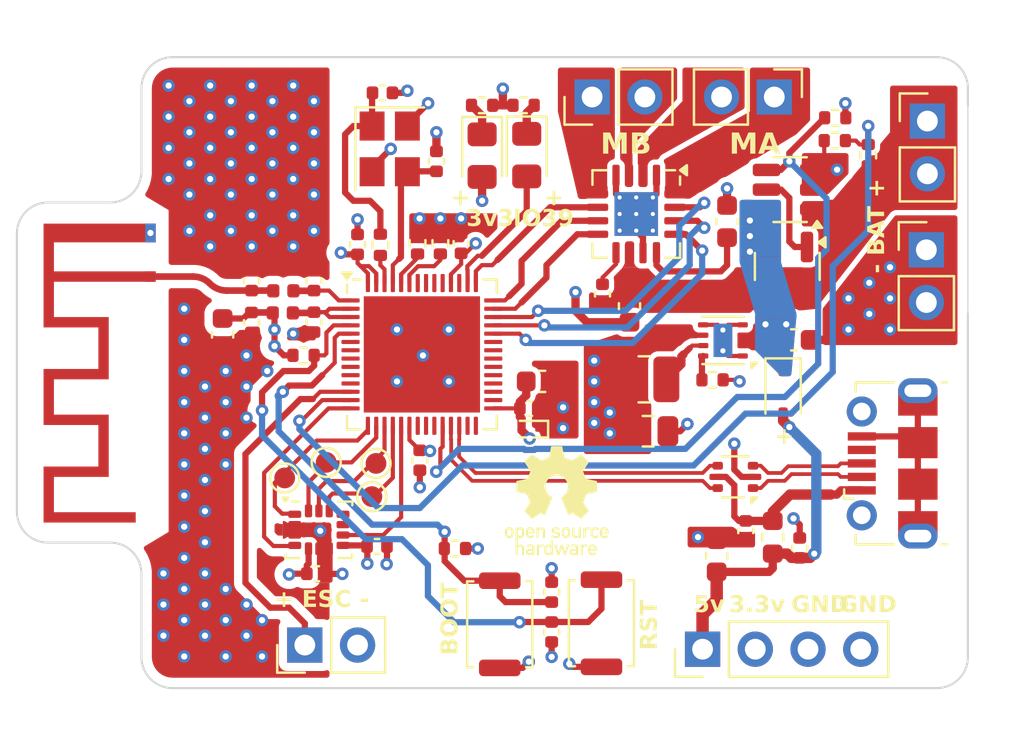
<source format=kicad_pcb>
(kicad_pcb (version 20240108) (generator "pcbnew") (generator_version "8.0")
  (layers (0 "F.Cu" signal) (1 "In1.Cu" signal) (2 "In2.Cu" signal) (31 "B.Cu" signal) (34 "B.Paste" user) (35 "F.Paste" user) (36 "B.SilkS" user "B.Silkscreen") (37 "F.SilkS" user "F.Silkscreen") (38 "B.Mask" user) (39 "F.Mask" user) (44 "Edge.Cuts" user))
  (net 0 "")
  (net 1 "Net-(AE2-A)")
  (net 2 "GND")
  (net 3 "+3.3V")
  (net 4 "/PWR/LOAD")
  (net 5 "+BATT")
  (net 6 "Net-(U5-VCP)")
  (net 7 "VBUS")
  (net 8 "+5V")
  (net 9 "Net-(U5-VINT)")
  (net 10 "Net-(U7-CHIP_PU{slash}RESET)")
  (net 11 "Net-(U7-GPIO0{slash}BOOT)")
  (net 12 "Net-(U7-XTAL_N)")
  (net 13 "Net-(C28-Pad2)")
  (net 14 "Net-(U7-LNA_IN{slash}RF)")
  (net 15 "+3.3VA")
  (net 16 "Net-(D1-K)")
  (net 17 "Net-(D4-K)")
  (net 18 "Net-(J10-Pin_1)")
  (net 19 "Net-(U4-SW)")
  (net 20 "Net-(Q1-G)")
  (net 21 "Net-(U7-GPIO46)")
  (net 22 "Net-(U4-PG)")
  (net 23 "/MCU/V_SENSE")
  (net 24 "Net-(U7-XTAL_P)")
  (net 25 "/MCU/IO45")
  (net 26 "/MCU/SDA")
  (net 28 "/MCU/CS")
  (net 29 "/MCU/INT2")
  (net 30 "/MCU/INT1")
  (net 32 "/MCU/SCL")
  (net 33 "/MCU/SDO")
  (net 34 "/MCU/USB_D+")
  (net 35 "/PWR/D-")
  (net 36 "/MCU/USB_D-")
  (net 37 "/PWR/D+")
  (net 38 "/IO/IN1")
  (net 39 "/IO/IN3")
  (net 40 "/IO/IN2")
  (net 41 "/IO/IN4")
  (net 42 "/IO/M_SLEEP")
  (net 43 "/IO/M_FAULT")
  (net 44 "/MCU/B_STAT")
  (net 46 "/MCU/IO15")
  (net 47 "/MCU/IO16")
  (net 48 "/MCU/IO42")
  (net 53 "/MCU/RX")
  (net 55 "/MCU/IO41")
  (net 59 "/MCU/IO40")
  (net 60 "/MCU/TX")
  (net 61 "/IO/AOUT1")
  (net 62 "/IO/AOUT2")
  (net 63 "/IO/BOUT2")
  (net 64 "/IO/BOUT1")
  (net 71 "Net-(D1-A)")
  (footprint "Diode_SMD:D_SOD-323" (layer "F.Cu") (at 161.509999 101.85 -90)
    (property "Reference" "D3" (hide yes))
    (property "Value" "BAT60A")
  )
  (footprint "TestPoint:TestPoint_Pad_D1.0mm" (layer "F.Cu") (at 141.7 106.9)
    (property "Reference" "TP2" (hide yes))
    (property "Value" "TestPoint")
  )
  (footprint "Crystal:Crystal_SMD_3225-4Pin_3.2x2.5mm" (layer "F.Cu") (at 142.559999 90.15 -90)
    (property "Reference" "Y2" (hide yes))
    (property "Value" "40MHz")
  )
  (footprint "Capacitor_SMD:C_0603_1608Metric" (layer "F.Cu") (at 154.109999 97.725 -90)
    (property "Reference" "C12" (hide yes))
    (property "Value" "10u")
  )
  (footprint "Capacitor_SMD:C_0603_1608Metric" (layer "F.Cu") (at 158.809999 93.65 90)
    (property "Reference" "C11" (hide yes))
    (property "Value" "2.2u")
  )
  (footprint "Capacitor_SMD:C_0402_1005Metric" (layer "F.Cu") (at 142.209999 87.45 180)
    (property "Reference" "C28" (hide yes))
    (property "Value" "22p")
  )
  (footprint "Inductor_SMD:L_0603_1608Metric" (layer "F.Cu") (at 161.009999 108.857501 -90)
    (property "Reference" "L2" (hide yes))
    (property "Value" "2.2n")
  )
  (footprint "Capacitor_SMD:C_0603_1608Metric" (layer "F.Cu") (at 149.909999 101.35)
    (property "Reference" "C34" (hide yes))
    (property "Value" "10u")
  )
  (footprint "Package_TO_SOT_SMD:SOT-666" (layer "F.Cu") (at 159.209999 105.95 180)
    (property "Reference" "U3" (hide yes))
    (property "Value" "USBLC6-2P6")
  )
  (footprint "Capacitor_SMD:C_0402_1005Metric" (layer "F.Cu") (at 135.9 98.50962 -90)
    (property "Reference" "C37" (hide yes))
    (property "Value" "100n")
  )
  (footprint "Resistor_SMD:R_0402_1005Metric" (layer "F.Cu") (at 145.7 109.4 180)
    (property "Reference" "R8" (hide yes))
    (property "Value" "10k")
  )
  (footprint "Resistor_SMD:R_0402_1005Metric" (layer "F.Cu") (at 145 94.7 90)
    (property "Reference" "R14" (hide yes))
    (property "Value" "10k")
  )
  (footprint "Resistor_SMD:R_0402_1005Metric" (layer "F.Cu") (at 147.009999 88.05)
    (property "Reference" "R5" (hide yes))
    (property "Value" "1k")
  )
  (footprint "Connector_PinHeader_2.54mm:PinHeader_1x02_P2.54mm_Vertical" (layer "F.Cu") (at 138.469999 114.05 90)
    (property "Reference" "J10" (hide yes))
    (property "Value" "Conn_01x02")
  )
  (footprint "LED_SMD:LED_0805_2012Metric_Pad1.15x1.40mm_HandSolder" (layer "F.Cu") (at 147.009999 90.474999 -90)
    (property "Reference" "D4" (hide yes))
    (property "Value" "LED")
  )
  (footprint "LOGO" (layer "F.Cu") (at 150.6 107.1)
    (property "Reference" "G***" (hide yes))
    (property "Value" "LOGO" (hide yes))
  )
  (footprint "RF_Antenna:Texas_SWRA117D_2.4GHz_Left" (layer "F.Cu") (at 131.034999 96.3 90)
    (property "Reference" "AE2" (hide yes))
    (property "Value" "Antenna_Shield")
  )
  (footprint "Capacitor_SMD:C_0402_1005Metric" (layer "F.Cu") (at 152.809999 97.15 90)
    (property "Reference" "C7" (hide yes))
    (property "Value" "10n")
  )
  (footprint "TestPoint:TestPoint_Pad_D1.0mm" (layer "F.Cu") (at 141.9 105.3)
    (property "Reference" "TP3" (hide yes))
    (property "Value" "TestPoint")
  )
  (footprint "Package_TO_SOT_SMD:TSOT-23-6" (layer "F.Cu") (at 161.8475 92.112499 180)
    (property "Reference" "U2" (hide yes))
    (property "Value" "LTC4412xS6")
  )
  (footprint "Capacitor_SMD:C_0402_1005Metric" (layer "F.Cu") (at 149.309999 102.65)
    (property "Reference" "C33" (hide yes))
    (property "Value" "100n")
  )
  (footprint "Connector_PinHeader_2.54mm:PinHeader_1x02_P2.54mm_Vertical" (layer "F.Cu") (at 168.409999 95.01)
    (property "Reference" "J6" (hide yes))
    (property "Value" "Conn_01x02")
  )
  (footprint "Resistor_SMD:R_0402_1005Metric" (layer "F.Cu") (at 165.609999 90.45 90)
    (property "Reference" "R6" (hide yes))
    (property "Value" "15k")
  )
  (footprint "TestPoint:TestPoint_Pad_D1.0mm" (layer "F.Cu") (at 139.5 105.25)
    (property "Reference" "TP4" (hide yes))
    (property "Value" "TestPoint")
  )
  (footprint "Capacitor_SMD:C_0402_1005Metric" (layer "F.Cu") (at 146 94.7 90)
    (property "Reference" "C35" (hide yes))
    (property "Value" "100n")
  )
  (footprint "Capacitor_SMD:C_0603_1608Metric" (layer "F.Cu") (at 158.309999 109.75 90)
    (property "Reference" "C10" (hide yes))
    (property "Value" "10u")
  )
  (footprint "Capacitor_SMD:C_0402_1005Metric" (layer "F.Cu") (at 150.359999 113.42 -90)
    (property "Reference" "C13" (hide yes))
    (property "Value" "100n")
  )
  (footprint "Package_DFN_QFN:Texas_RTY_WQFN-16-1EP_4x4mm_P0.65mm_EP2.1x2.1mm_ThermalVias" (layer "F.Cu") (at 154.434999 93.287501 -90)
    (property "Reference" "U5" (hide yes))
    (property "Value" "DRV8833RTY")
  )
  (footprint "Resistor_SMD:R_0402_1005Metric" (layer "F.Cu") (at 149.009999 88.05 180)
    (property "Reference" "R1" (hide yes))
    (property "Value" "1k")
  )
  (footprint "Capacitor_SMD:C_0402_1005Metric" (layer "F.Cu") (at 144.009999 105.15 -90)
    (property "Reference" "C32" (hide yes))
    (property "Value" "100n")
  )
  (footprint "Capacitor_SMD:C_0603_1608Metric" (layer "F.Cu") (at 162.034999 99.35)
    (property "Reference" "C5" (hide yes))
    (property "Value" "10u")
  )
  (footprint "Diode_SMD:D_SOD-923" (layer "F.Cu") (at 149.329999 103.65 180)
    (property "Reference" "D5" (hide yes))
    (property "Value" "SZESD9B5.0ST5G")
  )
  (footprint "Connector_PinHeader_2.54mm:PinHeader_1x02_P2.54mm_Vertical" (layer "F.Cu") (at 161.084999 87.65 -90)
    (property "Reference" "J3" (hide yes))
    (property "Value" "Conn_01x02")
  )
  (footprint "Resistor_SMD:R_0402_1005Metric" (layer "F.Cu") (at 164.02 88.65 180)
    (property "Reference" "R3" (hide yes))
    (property "Value" "470k")
  )
  (footprint "Inductor_SMD:L_1008_2520Metric" (layer "F.Cu") (at 154.809999 101.25 180)
    (property "Reference" "L1" (hide yes))
    (property "Value" "2.2u")
  )
  (footprint "Package_TO_SOT_SMD:SOT-23" (layer "F.Cu") (at 161.709999 95.812499 -90)
    (property "Reference" "Q1" (hide yes))
    (property "Value" "AO3401A")
  )
  (footprint "Resistor_SMD:R_0402_1005Metric" (layer "F.Cu") (at 142.109999 94.77 90)
    (property "Reference" "R12" (hide yes))
    (property "Value" "10")
  )
  (footprint "Package_LGA:LGA-14_3x2.5mm_P0.5mm_LayoutBorder3x4y" (layer "F.Cu") (at 139.147499 108.5)
    (property "Reference" "U1" (hide yes))
    (property "Value" "LSM6DS3")
  )
  (footprint "Capacitor_SMD:C_0402_1005Metric" (layer "F.Cu") (at 162.309999 109.37 90)
    (property "Reference" "C9" (hide yes))
    (property "Value" "100n")
  )
  (footprint "Capacitor_SMD:C_0805_2012Metric" (layer "F.Cu") (at 155.009999 103.75)
    (property "Reference" "C6" (hide yes))
    (property "Value" "22u")
  )
  (footprint "Capacitor_SMD:C_0603_1608Metric" (layer "F.Cu") (at 134.509999 99.094544 -90)
    (property "Reference" "C39" (hide yes))
    (property "Value" "10u")
  )
  (footprint "Resistor_SMD:R_0402_1005Metric" (layer "F.Cu") (at 138.409999 100.094544)
    (property "Reference" "R13" (hide yes))
    (property "Value" "10k")
  )
  (footprint "Package_DFN_QFN:QFN-56-1EP_7x7mm_P0.4mm_EP5.6x5.6mm" (layer "F.Cu") (at 144.109999 100.05)
    (property "Reference" "U7" (hide yes))
    (property "Value" "ESP32-S3")
  )
  (footprint "Inductor_SMD:L_0402_1005Metric" (layer "F.Cu") (at 137.409999 98.05 180)
    (property "Reference" "L6" (hide yes))
    (property "Value" "2.2n")
  )
  (footprint "Capacitor_SMD:C_0402_1005Metric" (layer "F.Cu") (at 141.947499 109.299999)
    (property "Reference" "C2" (hide yes))
    (property "Value" "100n")
  )
  (footprint "Button_Switch_SMD:SW_Push_SPST_NO_Alps_SKRK" (layer "F.Cu") (at 147.859999 113.05 -90)
    (property "Reference" "SW4" (hide yes))
    (property "Value" "Boot")
  )
  (footprint "Capacitor_SMD:C_0402_1005Metric" (layer "F.Cu") (at 144.809999 90.75 -90)
    (property "Reference" "C27" (hide yes))
    (property "Value" "22p")
  )
  (footprint "Capacitor_SMD:C_0402_1005Metric" (layer "F.Cu") (at 138.909999 96.494544 90)
    (property "Reference" "C31" (hide yes))
    (property "Value" "3.3p")
  )
  (footprint "LED_SMD:LED_0805_2012Metric_Pad1.15x1.40mm_HandSolder" (layer "F.Cu") (at 149.159999 90.45 -90)
    (property "Reference" "D1" (hide yes))
    (property "Value" "LED")
  )
  (footprint "Capacitor_SMD:C_0402_1005Metric" (layer "F.Cu") (at 141.009999 94.75 90)
    (property "Reference" "C30" (hide yes))
    (property "Value" "100n")
  )
  (footprint "Button_Switch_SMD:SW_Push_SPST_NO_Alps_SKRK" (layer "F.Cu") (at 152.759999 113 -90)
    (property "Reference" "SW3" (hide yes))
    (property "Value" "Reset")
  )
  (footprint "Capacitor_SMD:C_0402_1005Metric" (layer "F.Cu") (at 138.909999 98.494544 -90)
    (property "Reference" "C36" (hide yes))
    (property "Value" "100n")
  )
  (footprint "TestPoint:TestPoint_Pad_D1.0mm" (layer "F.Cu") (at 137.5 106)
    (property "Reference" "TP1" (hide yes))
    (property "Value" "TestPoint")
  )
  (footprint "Resistor_SMD:R_0402_1005Metric" (layer "F.Cu") (at 158.109999 101.275 180)
    (property "Reference" "R4" (hide yes))
    (property "Value" "100k")
  )
  (footprint "Connector_PinHeader_2.54mm:PinHeader_1x02_P2.54mm_Vertical" (layer "F.Cu") (at 152.309999 87.65 90)
    (property "Reference" "J4" (hide yes))
    (property "Value" "Conn_01x02")
  )
  (footprint "Package_SON:WSON-8-1EP_2x2mm_P0.5mm_EP0.9x1.6mm_ThermalVias" (layer "F.Cu") (at 158.609999 99.375001 180)
    (property "Reference" "U4" (hide yes))
    (property "Value" "TPS62172DSG")
  )
  (footprint "Capacitor_SMD:C_0402_1005Metric" (layer "F.Cu") (at 150.359999 111.5 90)
    (property "Reference" "C14" (hide yes))
    (property "Value" "100n")
  )
  (footprint "Capacitor_SMD:C_0402_1005Metric" (layer "F.Cu") (at 159.709999 108.55 -90)
    (property "Reference" "C8" (hide yes))
    (property "Value" "100n")
  )
  (footprint "Inductor_SMD:L_0402_1005Metric" (layer "F.Cu") (at 137.436344 96.986117)
    (property "Reference" "L5" (hide yes))
    (property "Value" "2.2n")
  )
  (footprint "Connector_PinHeader_2.54mm:PinHeader_1x04_P2.54mm_Vertical" (layer "F.Cu") (at 157.63 114.25 90)
    (property "Reference" "J2" (hide yes))
    (property "Value" "Conn_01x04")
  )
  (footprint "Connector_USB:USB_Micro-B_Molex-105017-0001" (layer "F.Cu") (at 166.7625 105.3 90)
    (property "Reference" "J1" (hide yes))
    (property "Value" "USB_B_Micro")
  )
  (footprint "Resistor_SMD:R_0402_1005Metric" (layer "F.Cu") (at 164 89.75 180)
    (property "Reference" "R7" (hide yes))
    (property "Value" "10k")
  )
  (footprint "Connector_PinHeader_2.54mm:PinHeader_1x02_P2.54mm_Vertical" (layer "F.Cu") (at 168.459999 88.81)
    (property "Reference" "J5" (hide yes))
    (property "Value" "Conn_01x02")
  )
  (footprint "Resistor_SMD:R_0402_1005Metric" (layer "F.Cu") (at 143.9 94.7 90)
    (property "Reference" "R2" (hide yes))
    (property "Value" "10k")
  )
  (footprint "Capacitor_SMD:C_0402_1005Metric" (layer "F.Cu") (at 135.909999 96.494544 90)
    (property "Reference" "C29" (hide yes))
    (property "Value" "3.3p")
  )
  (footprint "Capacitor_SMD:C_0402_1005Metric" (layer "F.Cu") (at 139.047499 110.612499)
    (property "Reference" "C1" (hide yes))
    (property "Value" "100n")
  )
  (gr_arc (start 168.909998 85.729864) (mid 169.970672 86.169202) (end 170.409999 87.229865) (stroke (width 0.1)) (layer "Edge.Cuts"))
  (gr_line (start 126.099905 92.729862) (end 129.099906 92.729862) (stroke (width 0.1)) (layer "Edge.Cuts"))
  (gr_arc (start 170.409999 114.62434) (mid 169.970645 115.684974) (end 168.909999 116.124341) (stroke (width 0.1)) (layer "Edge.Cuts"))
  (gr_line (start 124.599906 107.615135) (end 124.599906 94.229861) (stroke (width 0.1)) (layer "Edge.Cuts"))
  (gr_line (start 170.409999 87.229865) (end 170.409999 88.075661) (stroke (width 0.1)) (layer "Edge.Cuts"))
  (gr_line (start 132.099906 85.729863) (end 168.909998 85.729864) (stroke (width 0.1)) (layer "Edge.Cuts"))
  (gr_line (start 130.599907 91.229862) (end 130.599908 87.22986) (stroke (width 0.1)) (layer "Edge.Cuts"))
  (gr_line (start 170.409999 98.075659) (end 170.409999 114.62434) (stroke (width 0.1)) (layer "Edge.Cuts"))
  (gr_line (start 168.909999 116.124341) (end 132.099906 116.124342) (stroke (width 0.1)) (layer "Edge.Cuts"))
  (gr_arc (start 129.099906 109.115134) (mid 130.160552 109.554481) (end 130.599907 110.615142) (stroke (width 0.1)) (layer "Edge.Cuts"))
  (gr_arc (start 130.599908 87.22986) (mid 131.039226 86.169165) (end 132.099906 85.729863) (stroke (width 0.1)) (layer "Edge.Cuts"))
  (gr_line (start 129.099906 109.115134) (end 126.099905 109.115134) (stroke (width 0.1)) (layer "Edge.Cuts"))
  (gr_arc (start 132.099906 116.124342) (mid 131.039226 115.685007) (end 130.599906 114.624342) (stroke (width 0.1)) (layer "Edge.Cuts"))
  (gr_arc (start 130.599907 91.229862) (mid 130.160545 92.290485) (end 129.099906 92.729862) (stroke (width 0.1)) (layer "Edge.Cuts"))
  (gr_line (start 130.599907 114.62434) (end 130.599907 110.615142) (stroke (width 0.1)) (layer "Edge.Cuts"))
  (gr_line (start 170.409999 88.075661) (end 170.409999 98.075659) (stroke (width 0.05)) (layer "Edge.Cuts"))
  (gr_arc (start 124.599906 94.229861) (mid 125.039224 93.169164) (end 126.099905 92.729862) (stroke (width 0.1)) (layer "Edge.Cuts"))
  (gr_arc (start 126.099905 109.115134) (mid 125.039229 108.675799) (end 124.599906 107.615135) (stroke (width 0.1)) (layer "Edge.Cuts"))
  (gr_text "IO39" (at 148.5 94 0) (layer "F.SilkS") (effects (font (size 0.8 0.8) (thickness 0.2) (bold yes)) (justify left bottom)))
  (gr_text "GND" (at 161.9 112.6 0) (layer "F.SilkS") (effects (font (size 0.8 0.8) (thickness 0.2) (bold yes)) (justify left bottom)))
  (gr_text "MB" (at 152.709999 90.55 0) (layer "F.SilkS") (effects (font (size 1 1) (thickness 0.2) (bold yes)) (justify left bottom)))
  (gr_text "5v" (at 157.2 112.6 0) (layer "F.SilkS") (effects (font (size 0.8 0.8) (thickness 0.2) (bold yes)) (justify left bottom)))
  (gr_text "RST" (at 155.559999 114.3 90) (layer "F.SilkS") (effects (font (size 0.8 0.8) (thickness 0.2) (bold yes)) (justify left bottom)))
  (gr_text "MA" (at 158.909999 90.55 0) (layer "F.SilkS") (effects (font (size 1 1) (thickness 0.2) (bold yes)) (justify left bottom)))
  (gr_text "3.3v" (at 158.9 112.6 0) (layer "F.SilkS") (effects (font (size 0.8 0.8) (thickness 0.2) (bold yes)) (justify left bottom)))
  (gr_text "- BAT +" (at 166.509999 96.15 90) (layer "F.SilkS") (effects (font (size 0.8 0.8) (thickness 0.2) (bold yes)) (justify left bottom)))
  (gr_text "+" (at 161.1 104.5 0) (layer "F.SilkS") (effects (font (size 0.8 0.8) (thickness 0.2) (bold yes)) (justify left bottom)))
  (gr_text "GND" (at 164.2 112.6 0) (layer "F.SilkS") (effects (font (size 0.8 0.8) (thickness 0.2) (bold yes)) (justify left bottom)))
  (gr_text " + ESC -" (at 136.609999 112.35 0) (layer "F.SilkS") (effects (font (size 0.8 0.8) (thickness 0.2) (bold yes)) (justify left bottom)))
  (gr_text "+" (at 150 93 0) (layer "F.SilkS") (effects (font (size 0.8 0.8) (thickness 0.2) (bold yes)) (justify left bottom)))
  (gr_text "3v3" (at 146.25 94 0) (layer "F.SilkS") (effects (font (size 0.8 0.8) (thickness 0.2) (bold yes)) (justify left bottom)))
  (gr_text "BOOT" (at 145.959999 114.55 90) (layer "F.SilkS") (effects (font (size 0.8 0.8) (thickness 0.2) (bold yes)) (justify left bottom)))
  (gr_text "+" (at 145.5 93 0) (layer "F.SilkS") (effects (font (size 0.8 0.8) (thickness 0.2) (bold yes)) (justify left bottom)))
  (segment (start 135.921572 96.986117) (end 135.909999 96.974544) (width 0.2) (layer "F.Cu") (net 1))
  (segment (start 136.939771 96.974544) (end 136.951344 96.986117) (width 0.4) (layer "F.Cu") (net 1))
  (segment (start 133.083024 96.3) (end 131.034999 96.3) (width 0.32) (layer "F.Cu") (net 1))
  (segment (start 134.711517 96.974544) (end 135.909999 96.974544) (width 0.32) (layer "F.Cu") (net 1))
  (segment (start 135.909999 96.974544) (end 136.939771 96.974544) (width 0.32) (layer "F.Cu") (net 1))
  (arc (start 133.897271 96.637272) (mid 133.523691 96.387654) (end 133.083024 96.3) (width 0.32) (layer "F.Cu") (net 1))
  (arc (start 133.897271 96.637272) (mid 134.27085 96.886889) (end 134.711517 96.974544) (width 0.32) (layer "F.Cu") (net 1))
  (segment (start 159.159999 105.6) (end 159.159999 105.1) (width 0.3) (layer "F.Cu") (net 2))
  (segment (start 159.159999 105.1) (end 159.159999 104.35) (width 0.3) (layer "F.Cu") (net 2))
  (segment (start 142.409999 110.15) (end 142.427499 110.1325) (width 0.3) (layer "F.Cu") (net 2))
  (segment (start 143.409999 88.95) (end 144.409999 87.95) (width 0.3) (layer "F.Cu") (net 2))
  (segment (start 149.259999 114.85) (end 148.959999 115.15) (width 0.3) (layer "F.Cu") (net 2))
  (segment (start 151.509999 97.95) (end 151.509999 97.05) (width 0.4) (layer "F.Cu") (net 2))
  (segment (start 159.559999 98.625) (end 158.860001 98.625) (width 0.2) (layer "F.Cu") (net 2))
  (segment (start 138.909999 98.974544) (end 137.985455 98.974544) (width 0.3) (layer "F.Cu") (net 2))
  (segment (start 154.759999 95.150001) (end 154.759999 94.4125) (width 0.3) (layer "F.Cu") (net 2))
  (segment (start 137.985455 98.974544) (end 137.909999 99.05) (width 0.3) (layer "F.Cu") (net 2))
  (segment (start 159.559999 100.125002) (end 158.860001 100.125002) (width 0.2) (layer "F.Cu") (net 2))
  (segment (start 162.309999 108.89) (end 162.309999 108.25) (width 0.3) (layer "F.Cu") (net 2))
  (segment (start 148.959999 115.15) (end 147.859999 115.15) (width 0.3) (layer "F.Cu") (net 2))
  (segment (start 162.809999 99.35) (end 164.159999 99.35) (width 0.4) (layer "F.Cu") (net 2))
  (segment (start 144.009999 105.63) (end 144.009999 106.45) (width 0.3) (layer "F.Cu") (net 2))
  (segment (start 153.459999 92.312501) (end 153.634999 92.487501) (width 0.3) (layer "F.Cu") (net 2))
  (segment (start 157.659999 98.625) (end 158.359997 98.625) (width 0.2) (layer "F.Cu") (net 2))
  (segment (start 151.209999 114.95) (end 151.359999 115.1) (width 0.3) (layer "F.Cu") (net 2))
  (segment (start 143.309999 87.45) (end 143.409999 87.35) (width 0.3) (layer "F.Cu") (net 2))
  (segment (start 148.009999 88.05) (end 148.5 88.05) (width 0.4) (layer "F.Cu") (net 2))
  (segment (start 168 108.2) (end 168 101.8) (width 0.3) (layer "F.Cu") (net 2))
  (segment (start 141.009999 94.27) (end 141.009999 93.55) (width 0.3) (layer "F.Cu") (net 2))
  (segment (start 159.509999 105.95) (end 159.159999 105.6) (width 0.3) (layer "F.Cu") (net 2))
  (segment (start 162.309999 108.25) (end 162.009999 107.95) (width 0.3) (layer "F.Cu") (net 2))
  (segment (start 148.009999 88.05) (end 148.009999 87.25) (width 0.4) (layer "F.Cu") (net 2))
  (segment (start 158.809999 92.875) (end 158.809999 92.05) (width 0.4) (layer "F.Cu") (net 2))
  (segment (start 158.359997 98.625) (end 158.609999 98.875002) (width 0.2) (layer "F.Cu") (net 2))
  (segment (start 143.409999 89.05) (end 143.409999 89.55) (width 0.3) (layer "F.Cu") (net 2))
  (segment (start 158.860001 100.125002) (end 158.609999 99.875) (width 0.2) (layer "F.Cu") (net 2))
  (segment (start 155.409999 91.425002) (end 155.409999 92.312501) (width 0.3) (layer "F.Cu") (net 2))
  (segment (start 155.409999 92.312501) (end 155.234999 92.487501) (width 0.3) (layer "F.Cu") (net 2))
  (segment (start 152.009999 98.45) (end 151.509999 97.95) (width 0.4) (layer "F.Cu") (net 2))
  (segment (start 150.359999 110.35) (end 150.359999 111.019999) (width 0.3) (layer "F.Cu") (net 2))
  (segment (start 154.109999 98.5) (end 152.059999 98.5) (width 0.4) (layer "F.Cu") (net 2))
  (segment (start 163.490001 89.75) (end 163.490001 90.657499) (width 0.2) (layer "F.Cu") (net 2))
  (segment (start 154.759999 94.4125) (end 154.434999 94.0875) (width 0.3) (layer "F.Cu") (net 2))
  (segment (start 142.427499 110.1325) (end 142.427499 109.299999) (width 0.3) (layer "F.Cu") (net 2))
  (segment (start 153.459999 91.425002) (end 153.459999 92.312501) (width 0.3) (layer "F.Cu") (net 2))
  (segment (start 139.527499 110.612499) (end 139.53632 110.62132) (width 0.3) (layer "F.Cu") (net 2))
  (segment (start 152.059999 98.5) (end 152.009999 98.45) (width 0.4) (layer "F.Cu") (net 2))
  (segment (start 150.359999 113.900001) (end 150.359999 114.619999) (width 0.3) (layer "F.Cu") (net 2))
  (segment (start 163.490001 90.657499) (end 162.985 91.1625) (width 0.2) (layer "F.Cu") (net 2))
  (segment (start 158.860001 98.625) (end 158.609999 98.875002) (width 0.2) (layer "F.Cu") (net 2))
  (segment (start 151.359999 115.1) (end 152.759999 115.1) (width 0.3) (layer "F.Cu") (net 2))
  (segment (start 144.809999 90.27) (end 144.809999 89.35) (width 0.4) (layer "F.Cu") (net 2))
  (segment (start 143.409999 89.05) (end 143.409999 88.95) (width 0.3) (layer "F.Cu") (net 2))
  (segment (start 160.134999 105.95) (end 159.509999 105.95) (width 0.3) (layer "F.Cu") (net 2))
  (segment (start 165.3 104) (end 167.7 104) (width 0.3) (layer "F.Cu") (net 2))
  (segment (start 147.519998 88.05) (end 148.009999 88.05) (width 0.4) (layer "F.Cu") (net 2))
  (segment (start 164.159999 99.35) (end 164.659999 98.85) (width 0.4) (layer "F.Cu") (net 2))
  (segment (start 156.55 103.75) (end 156.9 103.4) (width 0.3) (layer "F.Cu") (net 2))
  (segment (start 139.53632 110.62132) (end 140.27887 110.62132) (width 0.3) (layer "F.Cu") (net 2))
  (segment (start 142.609999 90.15) (end 141.709999 91.05) (width 0.3) (layer "F.Cu") (net 2))
  (segment (start 155.959999 103.75) (end 156.55 103.75) (width 0.3) (layer "F.Cu") (net 2))
  (segment (start 141.709999 91.05) (end 141.709999 91.25) (width 0.3) (layer "F.Cu") (net 2))
  (segment (start 142.689999 87.45) (end 143.309999 87.45) (width 0.3) (layer "F.Cu") (net 2))
  (via (at 144.009999 106.45) (size 0.6) (drill 0.3) (layers "F.Cu" "B.Cu") (net 2))
  (via (at 132.659999 108.35) (size 0.6) (drill 0.3) (layers "F.Cu" "B.Cu") (net 2))
  (via (at 144 93.5) (size 0.6) (drill 0.3) (layers "F.Cu" "B.Cu") (net 2))
  (via (at 158.809999 92.05) (size 0.6) (drill 0.3) (layers "F.Cu" "B.Cu") (net 2))
  (via (at 165.659999 96.6) (size 0.6) (drill 0.3) (layers "F.Cu" "B.Cu") (net 2))
  (via (at 166.659999 97.35) (size 0.6) (drill 0.3) (layers "F.Cu" "B.Cu") (net 2))
  (via (at 148.009999 87.25) (size 0.6) (drill 0.3) (layers "F.Cu" "B.Cu") (net 2))
  (via (at 138.909999 92.35) (size 0.6) (drill 0.3) (layers "F.Cu" "B.Cu") (net 2))
  (via (at 131.909999 87.1) (size 0.6) (drill 0.3) (layers "F.Cu" "B.Cu") (net 2))
  (via (at 137.909999 94.85) (size 0.6) (drill 0.3) (layers "F.Cu" "B.Cu") (net 2))
  (via (at 132.659999 111.35) (size 0.6) (drill 0.3) (layers "F.Cu" "B.Cu") (net 2))
  (via (at 145.409999 98.85) (size 0.6) (drill 0.3) (layers "F.Cu" "B.Cu") (net 2))
  (via (at 150.359999 114.619999) (size 0.6) (drill 0.3) (layers "F.Cu" "B.Cu") (net 2))
  (via (at 131.909999 90.1) (size 0.6) (drill 0.3) (layers "F.Cu" "B.Cu") (net 2))
  (via (at 133.909999 93.35) (size 0.6) (drill 0.3) (layers "F.Cu" "B.Cu") (net 2))
  (via (at 136.909999 87.85) (size 0.6) (drill 0.3) (layers "F.Cu" "B.Cu") (net 2))
  (via (at 132.659999 106.85) (size 0.6) (drill 0.3) (layers "F.Cu" "B.Cu") (net 2))
  (via (at 132.909999 90.85) (size 0.6) (drill 0.3) (layers "F.Cu" "B.Cu") (net 2))
  (via (at 136.909999 92.35) (size 0.6) (drill 0.3) (layers "F.Cu" "B.Cu") (net 2))
  (via (at 134.659999 114.6) (size 0.6) (drill 0.3) (layers "F.Cu" "B.Cu") (net 2))
  (via (at 134.659999 111.35) (size 0.6) (drill 0.3) (layers "F.Cu" "B.Cu") (net 2))
  (via (at 135.909999 91.6) (size 0.6) (drill 0.3) (layers "F.Cu" "B.Cu") (net 2))
  (via (at 166.659999 95.85) (size 0.6) (drill 0.3) (layers "F.Cu" "B.Cu") (net 2))
  (via (at 132.659999 99.35) (size 0.6) (drill 0.3) (layers "F.Cu" "B.Cu") (net 2))
  (via (at 162.009999 107.95) (size 0.6) (drill 0.3) (layers "F.Cu" "B.Cu") (net 2))
  (via (at 137.909999 93.35) (size 0.6) (drill 0.3) (layers "F.Cu" "B.Cu") (net 2))
  (via (at 134.909999 94.1) (size 0.6) (drill 0.3) (layers "F.Cu" "B.Cu") (net 2))
  (via (at 142.909999 101.35) (size 0.6) (drill 0.3) (layers "F.Cu" "B.Cu") (net 2))
  (via (at 145 93.5) (size 0.6) (drill 0.3) (layers "F.Cu" "B.Cu") (net 2))
  (via (at 135.909999 88.6) (size 0.6) (drill 0.3) (layers "F.Cu" "B.Cu") (net 2))
  (via (at 142.909999 98.85) (size 0.6) (drill 0.3) (layers "F.Cu" "B.Cu") (net 2))
  (via (at 133.909999 87.1) (size 0.6) (drill 0.3) (layers "F.Cu" "B.Cu") (net 2))
  (via (at 135.659999 103.1) (size 0.6) (drill 0.3) (layers "F.Cu" "B.Cu") (net 2))
  (via (at 133.659999 110.6) (size 0.6) (drill 0.3) (layers "F.Cu" "B.Cu") (net 2))
  (via (at 135.659999 112.1) (size 0.6) (drill 0.3) (layers "F.Cu" "B.Cu") (net 2))
  (via (at 134.659999 112.85) (size 0.6) (drill 0.3) (layers "F.Cu" "B.Cu") (net 2))
  (via (at 142.609999 90.15) (size 0.6) (drill 0.3) (layers "F.Cu" "B.Cu") (net 2))
  (via (at 141.009999 93.55) (size 0.6) (drill 0.3) (layers "F.Cu" "B.Cu") (net 2))
  (via (at 132.659999 97.85) (size 0.6) (drill 0.3) (layers "F.Cu" "B.Cu") (net 2))
  (via (at 133.909999 91.6) (size 0.6) (drill 0.3) (layers "F.Cu" "B.Cu") (net 2))
  (via (at 131.659999 113.6) (size 0.6) (drill 0.3) (layers "F.Cu" "B.Cu") (net 2))
  (via (at 131.909999 88.6) (size 0.6) (drill 0.3) (layers "F.Cu" "B.Cu") (net 2))
  (via (at 136.909999 89.35) (size 0.6) (drill 0.3) (layers "F.Cu" "B.Cu") (net 2))
  (via (at 136.909999 90.85) (size 0.6) (drill 0.3) (layers "F.Cu" "B.Cu") (net 2))
  (via (at 133.659999 104.6) (size 0.6) (drill 0.3) (layers "F.Cu" "B.Cu") (net 2))
  (via (at 134.909999 89.35) (size 0.6) (drill 0.3) (layers "F.Cu" "B.Cu") (net 2))
  (via (at 134.909999 92.35) (size 0.6) (drill 0.3) (layers "F.Cu" "B.Cu") (net 2))
  (via (at 135.659999 113.6) (size 0.6) (drill 0.3) (layers "F.Cu" "B.Cu") (net 2))
  (via (at 145.409999 101.35) (size 0.6) (drill 0.3) (layers "F.Cu" "B.Cu") (net 2))
  (via (at 134.659999 102.35) (size 0.6) (drill 0.3) (layers "F.Cu" "B.Cu") (net 2))
  (via (at 133.659999 101.6) (size 0.6) (drill 0.3) (layers "F.Cu" "B.Cu") (net 2))
  (via (at 142.409999 110.15) (size 0.6) (drill 0.3) (layers "F.Cu" "B.Cu") (net 2))
  (via (at 136.409999 114.6) (size 0.6) (drill 0.3) (layers "F.Cu" "B.Cu") (net 2))
  (via (at 136.659999 100.85) (size 0.6) (drill 0.3) (layers "F.Cu" "B.Cu") (net 2))
  (via (at 136.409999 112.85) (size 0.6) (drill 0.3) (layers "F.Cu" "B.Cu") (net 2))
  (via (at 146 93.5) (size 0.6) (drill 0.3) (layers "F.Cu" "B.Cu") (net 2))
  (via (at 164.659999 97.35) (size 0.6) (drill 0.3) (layers "F.Cu" "B.Cu") (net 2))
  (via (at 133.659999 109.1) (size 0.6) (drill 0.3) (layers "F.Cu" "B.Cu") (net 2))
  (via (at 134.659999 103.85) (size 0.6) (drill 0.3) (layers "F.Cu" "B.Cu") (net 2))
  (via (at 135.909999 87.1) (size 0.6) (drill 0.3) (layers "F.Cu" "B.Cu") (net 2))
  (via (at 139.209999 108.55) (size 0.6) (drill 0.3) (layers "F.Cu" "B.Cu") (net 2))
  (via (at 137.909999 99.05) (size 0.6) (drill 0.3) (layers "F.Cu" "B.Cu") (net 2))
  (via (at 150.909999 103.6) (size 0.6) (drill 0.3) (layers "F.Cu" "B.Cu") (net 2))
  (via (at 137.909999 87.1) (size 0.6) (drill 0.3) (layers "F.Cu" "B.Cu") (net 2))
  (via (at 133.909999 88.6) (size 0.6) (drill 0.3) (layers "F.Cu" "B.Cu") (net 2))
  (via (at 135.909999 94.85) (size 0.6) (drill 0.3) (layers "F.Cu" "B.Cu") (net 2))
  (via (at 149.259999 114.85) (size 0.6) (drill 0.3) (layers "F.Cu" "B.Cu") (net 2))
  (via (at 135.659999 101.6) (size 0.6) (drill 0.3) (layers "F.Cu" "B.Cu") (net 2))
  (via (at 134.909999 87.85) (size 0.6) (drill 0.3) (layers "F.Cu" "B.Cu") (net 2))
  (via (at 144.159999 100.1) (size 0.6) (drill 0.3) (layers "F.Cu" "B.Cu") (net 2))
  (via (at 135.909999 90.1) (size 0.6) (drill 0.3) (layers "F.Cu" "B.Cu") (net 2))
  (via (at 131.659999 110.6) (size 0.6) (drill 0.3) (layers "F.Cu" "B.Cu") (net 2))
  (via (at 132.659999 103.85) (size 0.6) (drill 0.3) (layers "F.Cu" "B.Cu") (net 2))
  (via (at 134.909999 90.85) (size 0.6) (drill 0.3) (layers "F.Cu" "B.Cu") (net 2))
  (via (at 136.909999 94.1) (size 0.6) (drill 0.3) (layers "F.Cu" "B.Cu") (net 2))
  (via (at 157.409999 108.85) (size 0.6) (drill 0.3) (layers "F.Cu" "B.Cu") (net 2))
  (via (at 132.659999 114.6) (size 0.6) (drill 0.3) (layers "F.Cu" "B.Cu") (net 2))
  (via (at 131.909999 91.6) (size 0.6) (drill 0.3) (layers "F.Cu" "B.Cu") (net 2))
  (via (at 133.659999 106.1) (size 0.6) (drill 0.3) (layers "F.Cu" "B.Cu") (net 2))
  (via (at 132.909999 89.35) (size 0.6) (drill 0.3) (layers "F.Cu" "B.Cu") (net 2))
  (via (at 132.659999 100.85) (size 0.6) (drill 0.3) (layers "F.Cu" "B.Cu") (net 2))
  (via (at 131.659999 112.1) (size 0.6) (drill 0.3) (layers "F.Cu" "B.Cu") (net 2))
  (via (at 135.909999 93.35) (size 0.6) (drill 0.3) (layers "F.Cu" "B.Cu") (net 2))
  (via (at 165.659999 98.1) (size 0.6) (drill 0.3) (layers "F.Cu" "B.Cu") (net 2))
  (via (at 151.209999 114.95) (size 0.6) (drill 0.3) (layers "F.Cu" "B.Cu") (net 2))
  (via (at 138.909999 89.35) (size 0.6) (drill 0.3) (layers "F.Cu" "B.Cu") (net 2))
  (via (at 132.659999 112.85) (size 0.6) (drill 0.3) (layers "F.Cu" "B.Cu") (net 2))
  (via (at 140.27887 110.62132) (size 0.6) (drill 0.3) (layers "F.Cu" "B.Cu") (net 2))
  (via (at 133.659999 113.6) (size 0.6) (drill 0.3) (layers "F.Cu" "B.Cu") (net 2))
  (via (at 150.909999 102.6) (size 0.6) (drill 0.3) (layers "F.Cu" "B.Cu") (net 2))
  (via (at 150.359999 110.35) (size 0.6) (drill 0.3) (layers "F.Cu" "B.Cu") (net 2))
  (via (at 138.909999 94.1) (size 0.6) (drill 0.3) (layers "F.Cu" "B.Cu") (net 2))
  (via (at 137.909999 91.6) (size 0.6) (drill 0.3) (layers "F.Cu" "B.Cu") (net 2))
  (via (at 132.909999 87.85) (size 0.6) (drill 0.3) (layers "F.Cu" "B.Cu") (net 2))
  (via (at 133.659999 103.1) (size 0.6) (drill 0.3) (layers "F.Cu" "B.Cu") (net 2))
  (via (at 132.659999 102.35) (size 0.6) (drill 0.3) (layers "F.Cu" "B.Cu") (net 2))
  (via (at 166.659999 98.85) (size 0.6) (drill 0.3) (layers "F.Cu" "B.Cu") (net 2))
  (via (at 133.659999 107.6) (size 0.6) (drill 0.3) (layers "F.Cu" "B.Cu") (net 2))
  (via (at 137.909999 88.6) (size 0.6) (drill 0.3) (layers "F.Cu" "B.Cu") (net 2))
  (via (at 137.909999 90.1) (size 0.6) (drill 0.3) (layers "F.Cu" "B.Cu") (net 2))
  (via (at 159.159999 104.35) (size 0.6) (drill 0.3) (layers "F.Cu" "B.Cu") (net 2))
  (via (at 151.509999 97.05) (size 0.6) (drill 0.3) (layers "F.Cu" "B.Cu") (net 2))
  (via (at 138.909999 87.85) (size 0.6) (drill 0.3) (layers "F.Cu" "B.Cu") (net 2))
  (via (at 132.659999 109.85) (size 0.6) (drill 0.3) (layers "F.Cu" "B.Cu") (net 2))
  (via (at 164.109999 91.15) (size 0.6) (drill 0.3) (layers "F.Cu" "B.Cu") (net 2))
  (via (at 132.909999 94.1) (size 0.6) (drill 0.3) (layers "F.Cu" "B.Cu") (net 2))
  (via (at 134.659999 105.35) (size 0.6) (drill 0.3) (layers "F.Cu" "B.Cu") (net 2))
  (via (at 144.809999 89.35) (size 0.6) (drill 0.3) (layers "F.Cu" "B.Cu") (net 2))
  (via (at 133.909999 90.1) (size 0.6) (drill 0.3) (layers "F.Cu" "B.Cu") (net 2))
  (via (at 138.909999 90.85) (size 0.6) (drill 0.3) (layers "F.Cu" "B.Cu") (net 2))
  (via (at 144.409999 87.95) (size 0.6) (drill 0.3) (layers "F.Cu" "B.Cu") (net 2))
  (via (at 143.409999 87.35) (size 0.6) (drill 0.3) (layers "F.Cu" "B.Cu") (net 2))
  (via (at 135.659999 100.1) (size 0.6) (drill 0.3) (layers "F.Cu" "B.Cu") (net 2))
  (via (at 134.659999 100.85) (size 0.6) (drill 0.3) (layers "F.Cu" "B.Cu") (net 2))
  (via (at 156.9 103.4) (size 0.6) (drill 0.3) (layers "F.Cu" "B.Cu") (net 2))
  (via (at 164.659999 98.85) (size 0.6) (drill 0.3) (layers "F.Cu" "B.Cu") (net 2))
  (via (at 132.659999 105.35) (size 0.6) (drill 0.3) (layers "F.Cu" "B.Cu") (net 2))
  (via (at 133.659999 112.1) (size 0.6) (drill 0.3) (layers "F.Cu" "B.Cu") (net 2))
  (via (at 133.909999 94.85) (size 0.6) (drill 0.3) (layers "F.Cu" "B.Cu") (net 2))
  (via (at 132.909999 92.35) (size 0.6) (drill 0.3) (layers "F.Cu" "B.Cu") (net 2))
  (segment (start 141.91 96.150001) (end 141.559999 95.8) (width 0.2) (layer "F.Cu") (net 3))
  (segment (start 135.799923 98.02962) (end 135.509999 98.319544) (width 0.3) (layer "F.Cu") (net 3))
  (segment (start 148.909999 103.65) (end 148.909999 103.13) (width 0.4) (layer "F.Cu") (net 3))
  (segment (start 141.509999 96.15) (end 141.159999 95.8) (width 0.2) (layer "F.Cu") (net 3))
  (segment (start 137.009999 99.65) (end 137.009999 98.135) (width 0.3) (layer "F.Cu") (net 3))
  (segment (start 148.909999 103.709999) (end 149.3 104.1) (width 0.4) (layer "F.Cu") (net 3))
  (segment (start 145.509999 96.190001) (end 146 95.7) (width 0.2) (layer "F.Cu") (net 3))
  (segment (start 143.509998 103.4875) (end 143.509998 104.169999) (width 0.2) (layer "F.Cu") (net 3))
  (segment (start 138.652524 109.417525) (end 138.652524 110.126345) (width 0.3) (layer "F.Cu") (net 3))
  (segment (start 137.7475 110.612499) (end 137.709999 110.65) (width 0.3) (layer "F.Cu") (net 3))
  (segment (start 148.829999 103.05) (end 148.829999 102.65) (width 0.4) (layer "F.Cu") (net 3))
  (segment (start 138.652524 110.126345) (end 138.5675 110.21137) (width 0.3) (layer "F.Cu") (net 3))
  (segment (start 146.7 94.7) (end 146.22 95.18) (width 0.2) (layer "F.Cu") (net 3))
  (segment (start 156.809999 99.125001) (end 156.485 99.125001) (width 0.2) (layer "F.Cu") (net 3))
  (segment (start 149.134999 102.025) (end 149.134999 101.35) (width 0.4) (layer "F.Cu") (net 3))
  (segment (start 141.4175 109.25) (end 140.31 109.25) (width 0.3) (layer "F.Cu") (net 3))
  (segment (start 138.6475 109.4125) (end 138.652524 109.417525) (width 0.3) (layer "F.Cu") (net 3))
  (segment (start 158.619998 101.275) (end 159.334999 101.275) (width 0.2) (layer "F.Cu") (net 3))
  (segment (start 143.509998 104.169999) (end 144.009999 104.67) (width 0.2) (layer "F.Cu") (net 3))
  (segment (start 140.289999 95.23) (end 140.209999 95.15) (width 0.3) (layer "F.Cu") (net 3))
  (segment (start 135.9 98.02962) (end 136.904619 98.02962) (width 0.32) (layer "F.Cu") (net 3))
  (segment (start 156.034998 99.125001) (end 156.809999 99.125001) (width 0.4) (layer "F.Cu") (net 3))
  (segment (start 137.009999 99.65) (end 137.454543 100.094544) (width 0.3) (layer "F.Cu") (net 3))
  (segment (start 137.009999 98.135) (end 136.924999 98.05) (width 0.3) (layer "F.Cu") (net 3))
  (segment (start 144.47 104.67) (end 144.009999 104.67) (width 0.2) (layer "F.Cu") (net 3))
  (segment (start 136.904619 98.02962) (end 136.924999 98.05) (width 0.4) (layer "F.Cu") (net 3))
  (segment (start 146.22 95.18) (end 146 95.18) (width 0.2) (layer "F.Cu") (net 3))
  (segment (start 156.485 99.125001) (end 156.409999 99.05) (width 0.2) (layer "F.Cu") (net 3))
  (segment (start 137.454543 100.094544) (end 137.9 100.094544) (width 0.3) (layer "F.Cu") (net 3))
  (segment (start 141.009999 95.65) (end 141.009999 95.23) (width 0.2) (layer "F.Cu") (net 3))
  (segment (start 164.509999 87.95) (end 164.509999 88.63) (width 0.3) (layer "F.Cu") (net 3))
  (segment (start 159.334999 101.275) (end 159.409999 101.35) (width 0.2) (layer "F.Cu") (net 3))
  (segment (start 141.559999 95.8) (end 141.159999 95.8) (width 0.2) (layer "F.Cu") (net 3))
  (segment (start 153.734999 101.25) (end 153.734999 99.925) (width 0.4) (layer "F.Cu") (net 3))
  (segment (start 148.909999 103.65) (end 148.909999 103.709999) (width 0.4) (layer "F.Cu") (net 3))
  (segment (start 138.5675 110.21137) (end 138.5675 110.612499) (width 0.3) (layer "F.Cu") (net 3))
  (segment (start 148.829999 102.65) (end 148.829999 102.33) (width 0.4) (layer "F.Cu") (net 3))
  (segment (start 138.567499 110.612499) (end 137.7475 110.612499) (width 0.3) (layer "F.Cu") (net 3))
  (segment (start 148.909999 103.13) (end 148.829999 103.05) (width 0.4) (layer "F.Cu") (net 3))
  (segment (start 146 95.7) (end 146 95.18) (width 0.2) (layer "F.Cu") (net 3))
  (segment (start 157.659999 99.125001) (end 156.809999 99.125001) (width 0.2) (layer "F.Cu") (net 3))
  (segment (start 141.009999 95.23) (end 140.289999 95.23) (width 0.3) (layer "F.Cu") (net 3))
  (segment (start 148.829999 102.65) (end 147.547499 102.65) (width 0.2) (layer "F.Cu") (net 3))
  (segment (start 145.88 95.23) (end 146.1 95.23) (width 0.3) (layer "F.Cu") (net 3))
  (segment (start 135.509999 98.319544) (end 134.809999 98.319544) (width 0.3) (layer "F.Cu") (net 3))
  (segment (start 146.1 95.23) (end 145.94438 95.23) (width 0.2) (layer "F.Cu") (net 3))
  (segment (start 154.109999 99.55) (end 155.309999 99.55) (width 0.4) (layer "F.Cu") (net 3))
  (segment (start 164.509999 88.63) (end 164.529999 88.65) (width 0.3) (layer "F.Cu") (net 3))
  (segment (start 144.5 104.7) (end 144.47 104.67) (width 0.2) (layer "F.Cu") (net 3))
  (segment (start 141.4675 109.299999) (end 141.480952 109.313451) (width 0.3) (layer "F.Cu") (net 3))
  (segment (start 153.734999 99.925) (end 154.109999 99.55) (width 0.4) (layer "F.Cu") (net 3))
  (segment (start 141.509999 96.6125) (end 141.509999 96.15) (width 0.2) (layer "F.Cu") (net 3))
  (segment (start 155.709999 99.15) (end 156.009999 99.15) (width 0.4) (layer "F.Cu") (net 3))
  (segment (start 156.009999 99.15) (end 156.034998 99.125001) (width 0.4) (layer "F.Cu") (net 3))
  (segment (start 141.91 96.6125) (end 141.91 96.150001) (width 0.2) (layer "F.Cu") (net 3))
  (segment (start 148.829999 102.33) (end 149.134999 102.025) (width 0.4) (layer "F.Cu") (net 3))
  (segment (start 147.009999 91.499998) (end 147.009999 92.65) (width 0.4) (layer "F.Cu") (net 3))
  (segment (start 141.4675 109.299999) (end 141.4175 109.25) (width 0.3) (layer "F.Cu") (net 3))
  (segment (start 141.159999 95.8) (end 141.009999 95.65) (width 0.2) (layer "F.Cu") (net 3))
  (segment (start 141.480952 109.313451) (end 141.480952 110.126345) (width 0.3) (layer "F.Cu") (net 3))
  (segment (start 155.309999 99.55) (end 155.709999 99.15) (width 0.4) (layer "F.Cu") (net 3))
  (segment (start 145.509999 96.6125) (end 145.509999 96.190001) (width 0.2) (layer "F.Cu") (net 3))
  (segment (start 146.209999 109.4) (end 146.8 109.4) (width 0.3) (layer "F.Cu") (net 3))
  (via (at 146.7 94.7) (size 0.6) (drill 0.3) (layers "F.Cu" "B.Cu") (net 3))
  (via (at 152.409999 100.35) (size 0.6) (drill 0.3) (layers "F.Cu" "B.Cu") (net 3))
  (via (at 152.409999 103.35) (size 0.6) (drill 0.3) (layers "F.Cu" "B.Cu") (net 3))
  (via (at 141.480952 110.126345) (size 0.6) (drill 0.3) (layers "F.Cu" "B.Cu") (net 3))
  (via (at 152.409999 101.35) (size 0.6) (drill 0.3) (layers "F.Cu" "B.Cu") (net 3))
  (via (at 149.3 104.1) (size 0.6) (drill 0.3) (layers "F.Cu" "B.Cu") (net 3))
  (via (at 164.509999 87.95) (size 0.6) (drill 0.3) (layers "F.Cu" "B.Cu") (net 3))
  (via (at 137.009999 99.65) (size 0.6) (drill 0.3) (layers "F.Cu" "B.Cu") (net 3))
  (via (at 137.709999 110.65) (size 0.6) (drill 0.3) (layers "F.Cu" "B.Cu") (net 3))
  (via (at 140.209999 95.15) (size 0.6) (drill 0.3) (layers "F.Cu" "B.Cu") (net 3))
  (via (at 147.009999 92.65) (size 0.6) (drill 0.3) (layers "F.Cu" "B.Cu") (net 3))
  (via (at 153.159999 103.85) (size 0.6) (drill 0.3) (layers "F.Cu" "B.Cu") (net 3))
  (via (at 146.8 109.4) (size 0.6) (drill 0.3) (layers "F.Cu" "B.Cu") (net 3))
  (via (at 159.409999 101.35) (size 0.6) (drill 0.3) (layers "F.Cu" "B.Cu") (net 3))
  (via (at 137.009999 98.85) (size 0.6) (drill 0.3) (layers "F.Cu" "B.Cu") (net 3))
  (via (at 153.159999 102.85) (size 0.6) (drill 0.3) (layers "F.Cu" "B.Cu") (net 3))
  (via (at 144.5 104.7) (size 0.6) (drill 0.3) (layers "F.Cu" "B.Cu") (net 3))
  (via (at 152.409999 102.35) (size 0.6) (drill 0.3) (layers "F.Cu" "B.Cu") (net 3))
  (segment (start 161.509999 99.6) (end 161.259999 99.35) (width 0.4) (layer "F.Cu") (net 4))
  (via (at 159.909999 93.6) (size 0.6) (drill 0.3) (layers "F.Cu" "B.Cu") (net 4))
  (via (at 159.909999 95.1) (size 0.6) (drill 0.3) (layers "F.Cu" "B.Cu") (net 4))
  (via (at 159.909999 94.35) (size 0.6) (drill 0.3) (layers "F.Cu" "B.Cu") (net 4))
  (via (at 161.659999 98.6) (size 0.6) (drill 0.3) (layers "F.Cu" "B.Cu") (net 4))
  (via (at 160.659999 98.6) (size 0.6) (drill 0.3) (layers "F.Cu" "B.Cu") (net 4))
  (segment (start 153.459999 95.7) (end 152.809999 96.35) (width 0.2) (layer "F.Cu") (net 6))
  (segment (start 152.809999 96.35) (end 152.809999 96.67) (width 0.2) (layer "F.Cu") (net 6))
  (segment (start 153.459999 95.15) (end 153.459999 95.7) (width 0.2) (layer "F.Cu") (net 6))
  (segment (start 159.159999 106.35) (end 159.159999 107.85) (width 0.3) (layer "F.Cu") (net 7))
  (segment (start 159.709999 108.07) (end 161.009999 108.07) (width 0.4) (layer "F.Cu") (net 7))
  (segment (start 158.284999 105.95) (end 158.759999 105.95) (width 0.3) (layer "F.Cu") (net 7))
  (segment (start 161.57125 107.07125) (end 161.009999 107.632501) (width 0.5) (layer "F.Cu") (net 7))
  (segment (start 158.759999 105.95) (end 159.159999 106.35) (width 0.3) (layer "F.Cu") (net 7))
  (segment (start 159.379999 108.07) (end 159.709999 108.07) (width 0.3) (layer "F.Cu") (net 7))
  (segment (start 164.3 106.6) (end 164.1 106.8) (width 0.4) (layer "F.Cu") (net 7))
  (segment (start 159.159999 107.85) (end 159.379999 108.07) (width 0.3) (layer "F.Cu") (net 7))
  (segment (start 165.3 106.6) (end 164.3 106.6) (width 0.4) (layer "F.Cu") (net 7))
  (segment (start 161.8425 106.8) (end 161.57125 107.07125) (width 0.5) (layer "F.Cu") (net 7))
  (segment (start 164.1 106.8) (end 163.8 106.8) (width 0.4) (layer "F.Cu") (net 7))
  (segment (start 163.8 106.8) (end 161.8425 106.8) (width 0.5) (layer "F.Cu") (net 7))
  (segment (start 158.309999 111.890001) (end 158.309999 110.525) (width 0.6) (layer "F.Cu") (net 8))
  (segment (start 158.309999 110.525) (end 160.834999 110.525) (width 0.4) (layer "F.Cu") (net 8))
  (segment (start 157.63 114.25) (end 157.63 112.57) (width 0.6) (layer "F.Cu") (net 8))
  (segment (start 161.909999 109.85) (end 161.705001 109.645002) (width 0.5) (layer "F.Cu") (net 8))
  (segment (start 161.705001 109.645002) (end 161.009999 109.645002) (width 0.5) (layer "F.Cu") (net 8))
  (segment (start 160.834999 110.525) (end 161.009999 110.35) (width 0.4) (layer "F.Cu") (net 8))
  (segment (start 162.309999 109.85) (end 161.909999 109.85) (width 0.5) (layer "F.Cu") (net 8))
  (segment (start 161.509999 102.9) (end 161.509999 103.25) (width 0.5) (layer "F.Cu") (net 8))
  (segment (start 161.009999 110.35) (end 161.009999 109.645002) (width 0.4) (layer "F.Cu") (net 8))
  (segment (start 162.809999 109.85) (end 163.009999 109.65) (width 0.5) (layer "F.Cu") (net 8))
  (segment (start 157.63 112.57) (end 158.309999 111.890001) (width 0.6) (layer "F.Cu") (net 8))
  (segment (start 162.309999 109.85) (end 162.809999 109.85) (width 0.5) (layer "F.Cu") (net 8))
  (segment (start 161.509999 103.25) (end 161.809999 103.55) (width 0.5) (layer "F.Cu") (net 8))
  (via (at 161.809999 103.55) (size 0.6) (drill 0.3) (layers "F.Cu" "B.Cu") (net 8))
  (via (at 163.009999 109.65) (size 0.6) (drill 0.3) (layers "F.Cu" "B.Cu") (net 8))
  (segment (start 163.109999 109.55) (end 163.009999 109.65) (width 0.5) (layer "B.Cu") (net 8))
  (segment (start 163.109999 104.85) (end 163.109999 109.55) (width 0.5) (layer "B.Cu") (net 8))
  (segment (start 161.809999 103.55) (end 163.109999 104.85) (width 0.5) (layer "B.Cu") (net 8))
  (segment (start 158.509999 96.05) (end 158.809999 95.75) (width 0.3) (layer "F.Cu") (net 9))
  (segment (start 155.409999 95.15) (end 155.409999 95.75) (width 0.3) (layer "F.Cu") (net 9))
  (segment (start 155.709999 96.05) (end 158.509999 96.05) (width 0.3) (layer "F.Cu") (net 9))
  (segment (start 155.409999 95.75) (end 155.709999 96.05) (width 0.3) (layer "F.Cu") (net 9))
  (segment (start 158.809999 95.75) (end 158.809999 94.425) (width 0.3) (layer "F.Cu") (net 9))
  (segment (start 152.119999 112.94) (end 152.759999 112.3) (width 0.3) (layer "F.Cu") (net 10))
  (segment (start 139.509999 99) (end 139.509999 100) (width 0.2) (layer "F.Cu") (net 10))
  (segment (start 150.359999 112.94) (end 152.119999 112.94) (width 0.3) (layer "F.Cu") (net 10))
  (segment (start 138.919998 100.590001) (end 138.919998 100.094544) (width 0.3) (layer "F.Cu") (net 10))
  (segment (start 137.437817 100.85) (end 138.659999 100.85) (width 0.3) (layer "F.Cu") (net 10))
  (segment (start 140.672499 98.65) (end 139.859999 98.65) (width 0.2) (layer "F.Cu") (net 10))
  (segment (start 136.409999 101.877818) (end 137.437817 100.85) (width 0.3) (layer "F.Cu") (net 10))
  (segment (start 139.509999 100) (end 139.415455 100.094544) (width 0.2) (layer "F.Cu") (net 10))
  (segment (start 148.819999 112.94) (end 148.809999 112.95) (width 0.3) (layer "F.Cu") (net 10))
  (segment (start 136.409999 102.75) (end 136.409999 101.877818) (width 0.3) (layer "F.Cu") (net 10))
  (segment (start 139.859999 98.65) (end 139.509999 99) (width 0.2) (layer "F.Cu") (net 10))
  (segment (start 150.359999 112.94) (end 148.819999 112.94) (width 0.3) (layer "F.Cu") (net 10))
  (segment (start 152.759999 112.3) (end 152.759999 110.9) (width 0.3) (layer "F.Cu") (net 10))
  (segment (start 138.659999 100.85) (end 138.919998 100.590001) (width 0.3) (layer "F.Cu") (net 10))
  (segment (start 139.415455 100.094544) (end 138.919998 100.094544) (width 0.2) (layer "F.Cu") (net 10))
  (via (at 148.809999 112.95) (size 0.6) (drill 0.3) (layers "F.Cu" "B.Cu") (net 10))
  (via (at 136.409999 102.75) (size 0.6) (drill 0.3) (layers "F.Cu" "B.Cu") (net 10))
  (segment (start 143.15 108.95) (end 144.4 110.2) (width 0.3) (layer "B.Cu") (net 10))
  (segment (start 144.4 110.2) (end 144.4 111.690001) (width 0.3) (layer "B.Cu") (net 10))
  (segment (start 144.4 111.690001) (end 145.659999 112.95) (width 0.3) (layer "B.Cu") (net 10))
  (segment (start 136.409999 103.95) (end 141.409999 108.95) (width 0.3) (layer "B.Cu") (net 10))
  (segment (start 145.659999 112.95) (end 148.809999 112.95) (width 0.3) (layer "B.Cu") (net 10))
  (segment (start 136.409999 102.75) (end 136.409999 103.95) (width 0.3) (layer "B.Cu") (net 10))
  (segment (start 141.409999 108.95) (end 143.15 108.95) (width 0.3) (layer "B.Cu") (net 10))
  (segment (start 139.909999 99.25) (end 140.109999 99.05) (width 0.2) (layer "F.Cu") (net 11))
  (segment (start 145.204999 110.004999) (end 146.15 110.95) (width 0.3) (layer "F.Cu") (net 11))
  (segment (start 137.409999 101.85) (end 137.709999 101.55) (width 0.3) (layer "F.Cu") (net 11))
  (segment (start 140.109999 99.05) (end 140.672499 99.05) (width 0.2) (layer "F.Cu") (net 11))
  (segment (start 139.909999 100.45) (end 139.909999 99.25) (width 0.2) (layer "F.Cu") (net 11))
  (segment (start 147.859999 110.95) (end 147.859999 111.7) (width 0.3) (layer "F.Cu") (net 11))
  (segment (start 137.709999 101.55) (end 138.809999 101.55) (width 0.3) (layer "F.Cu") (net 11))
  (segment (start 139.909999 100.45) (end 139.309999 101.05) (width 0.2) (layer "F.Cu") (net 11))
  (segment (start 147.859999 111.7) (end 148.139999 111.98) (width 0.3) (layer "F.Cu") (net 11))
  (segment (start 138.809999 101.55) (end 139.309999 101.05) (width 0.3) (layer "F.Cu") (net 11))
  (segment (start 146.15 110.95) (end 147.859999 110.95) (width 0.3) (layer "F.Cu") (net 11))
  (segment (start 145.204999 108.595001) (end 145.204999 110.004999) (width 0.3) (layer "F.Cu") (net 11))
  (segment (start 148.139999 111.98) (end 150.359999 111.98) (width 0.3) (layer "F.Cu") (net 11))
  (via (at 137.409999 101.85) (size 0.6) (drill 0.3) (layers "F.Cu" "B.Cu") (net 11))
  (via (at 145.204999 108.595001) (size 0.6) (drill 0.3) (layers "F.Cu" "B.Cu") (net 11))
  (segment (start 137.209999 103.75) (end 137.209999 102.05) (width 0.3) (layer "B.Cu") (net 11))
  (segment (start 137.409999 101.85) (end 137.209999 102.05) (width 0.4) (layer "B.Cu") (net 11))
  (segment (start 144.859999 108.25) (end 141.709999 108.25) (width 0.3) (layer "B.Cu") (net 11))
  (segment (start 145.204999 108.595001) (end 144.859999 108.25) (width 0.3) (layer "B.Cu") (net 11))
  (segment (start 141.709999 108.25) (end 137.209999 103.75) (width 0.3) (layer "B.Cu") (net 11))
  (segment (start 142.709999 95.75) (end 143.009999 95.45) (width 0.2) (layer "F.Cu") (net 12))
  (segment (start 144.809999 91.23) (end 143.429999 91.23) (width 0.3) (layer "F.Cu") (net 12))
  (segment (start 143.429999 91.23) (end 143.409999 91.25) (width 0.3) (layer "F.Cu") (net 12))
  (segment (start 143.409999 91.25) (end 143.1 91.559999) (width 0.3) (layer "F.Cu") (net 12))
  (segment (start 142.709999 96.6125) (end 142.709999 95.75) (width 0.2) (layer "F.Cu") (net 12))
  (segment (start 143.1 95.359999) (end 143.009999 95.45) (width 0.3) (layer "F.Cu") (net 12))
  (segment (start 143.1 91.559999) (end 143.1 95.359999) (width 0.3) (layer "F.Cu") (net 12))
  (segment (start 140.809999 89.05) (end 140.409999 89.45) (width 0.3) (layer "F.Cu") (net 13))
  (segment (start 141.609999 92.65) (end 142.109999 93.15) (width 0.3) (layer "F.Cu") (net 13))
  (segment (start 140.409999 92.25) (end 140.809999 92.65) (width 0.3) (layer "F.Cu") (net 13))
  (segment (start 140.409999 89.45) (end 140.409999 92.25) (width 0.3) (layer "F.Cu") (net 13))
  (segment (start 141.709999 89.05) (end 141.709999 87.47) (width 0.3) (layer "F.Cu") (net 13))
  (segment (start 141.709999 87.47) (end 141.729999 87.45) (width 0.3) (layer "F.Cu") (net 13))
  (segment (start 141.709999 89.05) (end 140.809999 89.05) (width 0.3) (layer "F.Cu") (net 13))
  (segment (start 142.109999 93.15) (end 142.109999 94.260001) (width 0.3) (layer "F.Cu") (net 13))
  (segment (start 140.809999 92.65) (end 141.609999 92.65) (width 0.3) (layer "F.Cu") (net 13))
  (segment (start 139.634543 96.974544) (end 138.909999 96.974544) (width 0.2) (layer "F.Cu") (net 14))
  (segment (start 138.898426 96.986117) (end 138.909999 96.974544) (width 0.4) (layer "F.Cu") (net 14))
  (segment (start 140.672499 97.45) (end 140.109999 97.45) (width 0.2) (layer "F.Cu") (net 14))
  (segment (start 140.109999 97.45) (end 139.634543 96.974544) (width 0.2) (layer "F.Cu") (net 14))
  (segment (start 137.921344 96.986117) (end 138.898426 96.986117) (width 0.32) (layer "F.Cu") (net 14))
  (segment (start 139.495456 98.014544) (end 138.909999 98.014544) (width 0.2) (layer "F.Cu") (net 15))
  (segment (start 137.894999 98.05) (end 138.874543 98.05) (width 0.32) (layer "F.Cu") (net 15))
  (segment (start 140.672499 97.850001) (end 139.659999 97.850001) (width 0.2) (layer "F.Cu") (net 15))
  (segment (start 139.659999 98.25) (end 139.424543 98.014544) (width 0.2) (layer "F.Cu") (net 15))
  (segment (start 139.659999 97.850001) (end 139.495456 98.014544) (width 0.2) (layer "F.Cu") (net 15))
  (segment (start 138.874543 98.05) (end 138.909999 98.014544) (width 0.4) (layer "F.Cu") (net 15))
  (segment (start 139.424543 98.014544) (end 138.909999 98.014544) (width 0.2) (layer "F.Cu") (net 15))
  (segment (start 140.672499 98.25) (end 139.659999 98.25) (width 0.2) (layer "F.Cu") (net 15))
  (segment (start 149.159999 88.409999) (end 149.519998 88.05) (width 0.4) (layer "F.Cu") (net 16))
  (segment (start 149.159999 89.425001) (end 149.159999 88.409999) (width 0.4) (layer "F.Cu") (net 16))
  (segment (start 147.009999 89.45) (end 147.009999 88.559999) (width 0.4) (layer "F.Cu") (net 17))
  (segment (start 147.009999 88.559999) (end 146.5 88.05) (width 0.4) (layer "F.Cu") (net 17))
  (segment (start 138.859999 102.2) (end 139.209999 101.85) (width 0.2) (layer "F.Cu") (net 18))
  (segment (start 137.709999 112.25) (end 138.469999 113.01) (width 0.3) (layer "F.Cu") (net 18))
  (segment (start 135.609999 111.05) (end 136.809999 112.25) (width 0.3) (layer "F.Cu") (net 18))
  (segment (start 139.209999 101.85) (end 140.672499 101.85) (width 0.2) (layer "F.Cu") (net 18))
  (segment (start 138.259999 102.2) (end 135.609999 104.85) (width 0.3) (layer "F.Cu") (net 18))
  (segment (start 135.609999 104.85) (end 135.609999 111.05) (width 0.3) (layer "F.Cu") (net 18))
  (segment (start 138.469999 113.01) (end 138.469999 114.05) (width 0.3) (layer "F.Cu") (net 18))
  (segment (start 138.859999 102.2) (end 138.259999 102.2) (width 0.3) (layer "F.Cu") (net 18))
  (segment (start 136.809999 112.25) (end 137.709999 112.25) (width 0.3) (layer "F.Cu") (net 18))
  (segment (start 156.709999 100.05) (end 156.609999 100.15) (width 0.4) (layer "F.Cu") (net 19))
  (segment (start 157.659999 99.625001) (end 157.134998 99.625001) (width 0.2) (layer "F.Cu") (net 19))
  (segment (start 157.009999 99.75) (end 156.909999 99.85) (width 0.3) (layer "F.Cu") (net 19))
  (segment (start 156.609999 100.525) (end 155.884999 101.25) (width 0.4) (layer "F.Cu") (net 19))
  (segment (start 156.909999 99.85) (end 156.709999 100.05) (width 0.3) (layer "F.Cu") (net 19))
  (segment (start 156.609999 100.15) (end 156.609999 100.525) (width 0.4) (layer "F.Cu") (net 19))
  (segment (start 157.134998 99.625001) (end 157.009999 99.75) (width 0.2) (layer "F.Cu") (net 19))
  (segment (start 162.072499 94.874999) (end 162.659999 94.874999) (width 0.3) (layer "F.Cu") (net 20))
  (segment (start 161.409999 92.112499) (end 161.809999 92.512499) (width 0.3) (layer "F.Cu") (net 20))
  (segment (start 160.71 92.112499) (end 161.409999 92.112499) (width 0.3) (layer "F.Cu") (net 20))
  (segment (start 161.809999 92.512499) (end 161.809999 94.612499) (width 0.3) (layer "F.Cu") (net 20))
  (segment (start 161.809999 94.612499) (end 162.072499 94.874999) (width 0.3) (layer "F.Cu") (net 20))
  (segment (start 143.109999 96.190001) (end 143.9 95.4) (width 0.2) (layer "F.Cu") (net 21))
  (segment (start 143.109999 96.6125) (end 143.109999 96.190001) (width 0.2) (layer "F.Cu") (net 21))
  (segment (start 143.9 95.4) (end 143.9 95.209999) (width 0.2) (layer "F.Cu") (net 21))
  (segment (start 157.6 101.275) (end 157.6 100.185001) (width 0.3) (layer "F.Cu") (net 22))
  (segment (start 157.6 100.185001) (end 157.659999 100.125002) (width 0.3) (layer "F.Cu") (net 22))
  (segment (start 165.009999 89.75) (end 165.2 89.940001) (width 0.2) (layer "F.Cu") (net 23))
  (segment (start 164.509999 89.75) (end 165.009999 89.75) (width 0.2) (layer "F.Cu") (net 23))
  (segment (start 138.809999 102.75) (end 138.309999 103.25) (width 0.2) (layer "F.Cu") (net 23))
  (segment (start 139.31 102.249999) (end 138.809999 102.75) (width 0.2) (layer "F.Cu") (net 23))
  (segment (start 138.309999 103.25) (end 138.209999 103.25) (width 0.2) (layer "F.Cu") (net 23))
  (segment (start 165.609999 89.940001) (end 165.609999 89.05) (width 0.3) (layer "F.Cu") (net 23))
  (segment (start 140.672499 102.249999) (end 139.31 102.249999) (width 0.2) (layer "F.Cu") (net 23))
  (segment (start 165.2 89.940001) (end 165.609999 89.940001) (width 0.2) (layer "F.Cu") (net 23))
  (via (at 165.609999 89.05) (size 0.6) (drill 0.3) (layers "F.Cu" "B.Cu") (net 23))
  (via (at 138.209999 103.25) (size 0.6) (drill 0.3) (layers "F.Cu" "B.Cu") (net 23))
  (segment (start 144.009999 107.45) (end 142.009999 107.45) (width 0.3) (layer "B.Cu") (net 23))
  (segment (start 165.609999 94.090001) (end 163.9 95.8) (width 0.3) (layer "B.Cu") (net 23))
  (segment (start 163.9 100.9) (end 161.9 102.9) (width 0.3) (layer "B.Cu") (net 23))
  (segment (start 157.2 105.4) (end 146.059999 105.4) (width 0.3) (layer "B.Cu") (net 23))
  (segment (start 142.009999 107.45) (end 138.209999 103.65) (width 0.3) (layer "B.Cu") (net 23))
  (segment (start 159.7 102.9) (end 157.2 105.4) (width 0.3) (layer "B.Cu") (net 23))
  (segment (start 163.9 95.8) (end 163.9 100.9) (width 0.3) (layer "B.Cu") (net 23))
  (segment (start 138.209999 103.65) (end 138.209999 103.25) (width 0.3) (layer "B.Cu") (net 23))
  (segment (start 165.609999 89.05) (end 165.609999 94.090001) (width 0.3) (layer "B.Cu") (net 23))
  (segment (start 146.059999 105.4) (end 144.009999 107.45) (width 0.3) (layer "B.Cu") (net 23))
  (segment (start 161.9 102.9) (end 159.7 102.9) (width 0.3) (layer "B.Cu") (net 23))
  (segment (start 142.309999 95.95) (end 142.109999 95.75) (width 0.2) (layer "F.Cu") (net 24))
  (segment (start 142.109999 95.75) (end 142.109999 95.279999) (width 0.2) (layer "F.Cu") (net 24))
  (segment (start 142.309999 96.6125) (end 142.309999 95.95) (width 0.2) (layer "F.Cu") (net 24))
  (segment (start 144.790001 95.259999) (end 144.9 95.259999) (width 0.2) (layer "F.Cu") (net 25))
  (segment (start 143.509998 96.220061) (end 143.930059 95.8) (width 0.2) (layer "F.Cu") (net 25))
  (segment (start 144.7 95.8) (end 145 95.5) (width 0.2) (layer "F.Cu") (net 25))
  (segment (start 145 95.5) (end 145 95.209999) (width 0.2) (layer "F.Cu") (net 25))
  (segment (start 143.930059 95.8) (end 144.7 95.8) (width 0.2) (layer "F.Cu") (net 25))
  (segment (start 143.509998 96.6125) (end 143.509998 96.220061) (width 0.2) (layer "F.Cu") (net 25))
  (segment (start 139.609999 105.25) (end 138.6475 106.212499) (width 0.2) (layer "F.Cu") (net 26))
  (segment (start 141.91 104.065) (end 140.725 105.25) (width 0.2) (layer "F.Cu") (net 26))
  (segment (start 140.725 105.25) (end 139.609999 105.25) (width 0.2) (layer "F.Cu") (net 26))
  (segment (start 141.91 103.4875) (end 141.91 104.065) (width 0.2) (layer "F.Cu") (net 26))
  (segment (start 138.6475 106.212499) (end 138.6475 107.5875) (width 0.2) (layer "F.Cu") (net 26))
  (segment (start 139.647499 107.5875) (end 139.642474 107.582475) (width 0.2) (layer "F.Cu") (net 28))
  (segment (start 139.642474 106.917525) (end 139.809999 106.75) (width 0.2) (layer "F.Cu") (net 28))
  (segment (start 141.95 106.75) (end 142.709999 105.990001) (width 0.2) (layer "F.Cu") (net 28))
  (segment (start 142.709999 105.990001) (end 142.709999 103.4875) (width 0.2) (layer "F.Cu") (net 28))
  (segment (start 139.642474 107.582475) (end 139.642474 106.917525) (width 0.2) (layer "F.Cu") (net 28))
  (segment (start 139.809999 106.75) (end 141.95 106.75) (width 0.2) (layer "F.Cu") (net 28))
  (segment (start 142.250001 108.749999) (end 143.109999 107.890001) (width 0.2) (layer "F.Cu") (net 29))
  (segment (start 143.109999 107.890001) (end 143.109999 103.4875) (width 0.2) (layer "F.Cu") (net 29))
  (segment (start 140.309999 108.749999) (end 142.250001 108.749999) (width 0.2) (layer "F.Cu") (net 29))
  (segment (start 137.957181 109.277817) (end 136.955468 109.277817) (width 0.2) (layer "F.Cu") (net 30))
  (segment (start 136.509999 108.832348) (end 136.509999 105.75) (width 0.2) (layer "F.Cu") (net 30))
  (segment (start 139.609999 102.65) (end 140.672499 102.65) (width 0.2) (layer "F.Cu") (net 30))
  (segment (start 137.984999 109.25) (end 137.957181 109.277817) (width 0.2) (layer "F.Cu") (net 30))
  (segment (start 136.955468 109.277817) (end 136.509999 108.832348) (width 0.2) (layer "F.Cu") (net 30))
  (segment (start 136.509999 105.75) (end 139.609999 102.65) (width 0.2) (layer "F.Cu") (net 30))
  (segment (start 142.309999 104.695001) (end 140.855 106.15) (width 0.2) (layer "F.Cu") (net 32))
  (segment (start 140.855 106.15) (end 139.5176 106.15) (width 0.2) (layer "F.Cu") (net 32))
  (segment (start 139.5176 106.15) (end 139.147499 106.520101) (width 0.2) (layer "F.Cu") (net 32))
  (segment (start 142.309999 103.4875) (end 142.309999 104.695001) (width 0.2) (layer "F.Cu") (net 32))
  (segment (start 139.147499 106.520101) (end 139.147499 107.5875) (width 0.2) (layer "F.Cu") (net 32))
  (segment (start 139.05 104.2) (end 137.026179 106.223821) (width 0.2) (layer "F.Cu") (net 33))
  (segment (start 141.509999 103.4875) (end 141.509999 103.690001) (width 0.2) (layer "F.Cu") (net 33))
  (segment (start 137.026179 107.368629) (end 137.379732 107.722182) (width 0.2) (layer "F.Cu") (net 33))
  (segment (start 137.957181 107.722182) (end 137.984999 107.75) (width 0.2) (layer "F.Cu") (net 33))
  (segment (start 137.379732 107.722182) (end 137.957181 107.722182) (width 0.2) (layer "F.Cu") (net 33))
  (segment (start 141 104.2) (end 139.05 104.2) (width 0.2) (layer "F.Cu") (net 33))
  (segment (start 137.026179 106.223821) (end 137.026179 107.368629) (width 0.2) (layer "F.Cu") (net 33))
  (segment (start 141.509999 103.690001) (end 141 104.2) (width 0.2) (layer "F.Cu") (net 33))
  (segment (start 150.315924 105.23914) (end 150.435924 105.23914) (width 0.18) (layer "F.Cu") (net 34))
  (segment (start 146.688701 105.76) (end 149.835924 105.76) (width 0.18) (layer "F.Cu") (net 34))
  (segment (start 145.899999 104.153751) (end 145.899999 104.971298) (width 0.18) (layer "F.Cu") (net 34))
  (segment (start 145.899999 104.971298) (end 146.688701 105.76) (width 0.18) (layer "F.Cu") (net 34))
  (segment (start 157.637498 105.76) (end 157.984998 105.4125) (width 0.18) (layer "F.Cu") (net 34))
  (segment (start 145.909999 103.4875) (end 145.909999 104.143751) (width 0.18) (layer "F.Cu") (net 34))
  (segment (start 150.675924 105.47914) (end 150.675924 105.52) (width 0.18) (layer "F.Cu") (net 34))
  (segment (start 157.984998 105.4125) (end 158.359999 105.4125) (width 0.18) (layer "F.Cu") (net 34))
  (segment (start 150.915924 105.76) (end 151.035924 105.76) (width 0.18) (layer "F.Cu") (net 34))
  (segment (start 145.909999 104.143751) (end 145.899999 104.153751) (width 0.18) (layer "F.Cu") (net 34))
  (segment (start 151.035924 105.76) (end 151.866644 105.76) (width 0.18) (layer "F.Cu") (net 34))
  (segment (start 151.866644 105.76) (end 157.637498 105.76) (width 0.18) (layer "F.Cu") (net 34))
  (segment (start 150.075924 105.52) (end 150.075924 105.47914) (width 0.18) (layer "F.Cu") (net 34))
  (arc (start 150.435924 105.23914) (mid 150.60563 105.309434) (end 150.675924 105.47914) (width 0.18) (layer "F.Cu") (net 34))
  (arc (start 149.835924 105.76) (mid 150.00563 105.689706) (end 150.075924 105.52) (width 0.18) (layer "F.Cu") (net 34))
  (arc (start 150.675924 105.52) (mid 150.746218 105.689706) (end 150.915924 105.76) (width 0.18) (layer "F.Cu") (net 34))
  (arc (start 150.075924 105.47914) (mid 150.146218 105.309434) (end 150.315924 105.23914) (width 0.18) (layer "F.Cu") (net 34))
  (segment (start 161.913701 105.815) (end 164.152499 105.815) (width 0.18) (layer "F.Cu") (net 35))
  (segment (start 164.152499 105.815) (end 164.287499 105.95) (width 0.18) (layer "F.Cu") (net 35))
  (segment (start 161.588701 106.14) (end 161.913701 105.815) (width 0.18) (layer "F.Cu") (net 35))
  (segment (start 160.435 106.4875) (end 160.7825 106.14) (width 0.18) (layer "F.Cu") (net 35))
  (segment (start 164.287499 105.95) (end 165.3 105.95) (width 0.18) (layer "F.Cu") (net 35))
  (segment (start 160.059999 106.4875) (end 160.435 106.4875) (width 0.18) (layer "F.Cu") (net 35))
  (segment (start 160.7825 106.14) (end 161.588701 106.14) (width 0.18) (layer "F.Cu") (net 35))
  (segment (start 157.984998 106.4875) (end 157.637498 106.14) (width 0.18) (layer "F.Cu") (net 36))
  (segment (start 146.531297 106.14) (end 145.519999 105.128702) (width 0.18) (layer "F.Cu") (net 36))
  (segment (start 157.637498 106.14) (end 146.531297 106.14) (width 0.18) (layer "F.Cu") (net 36))
  (segment (start 158.359999 106.4875) (end 157.984998 106.4875) (width 0.18) (layer "F.Cu") (net 36))
  (segment (start 145.509999 104.143751) (end 145.509999 103.4875) (width 0.18) (layer "F.Cu") (net 36))
  (segment (start 145.519999 105.128702) (end 145.519999 104.153751) (width 0.18) (layer "F.Cu") (net 36))
  (segment (start 145.519999 104.153751) (end 145.509999 104.143751) (width 0.18) (layer "F.Cu") (net 36))
  (segment (start 161.431297 105.76) (end 161.756297 105.435) (width 0.18) (layer "F.Cu") (net 37))
  (segment (start 164.287499 105.3) (end 165.3 105.3) (width 0.18) (layer "F.Cu") (net 37))
  (segment (start 161.756297 105.435) (end 164.152499 105.435) (width 0.18) (layer "F.Cu") (net 37))
  (segment (start 160.059999 105.4125) (end 160.435 105.4125) (width 0.18) (layer "F.Cu") (net 37))
  (segment (start 164.152499 105.435) (end 164.287499 105.3) (width 0.18) (layer "F.Cu") (net 37))
  (segment (start 160.7825 105.76) (end 161.431297 105.76) (width 0.18) (layer "F.Cu") (net 37))
  (segment (start 160.435 105.4125) (end 160.7825 105.76) (width 0.18) (layer "F.Cu") (net 37))
  (segment (start 157.3725 93.612501) (end 156.297499 93.612501) (width 0.3) (layer "F.Cu") (net 38))
  (segment (start 157.709999 93.95) (end 157.3725 93.612501) (width 0.3) (layer "F.Cu") (net 38))
  (segment (start 150.009999 98.65) (end 147.547499 98.65) (width 0.2) (layer "F.Cu") (net 38))
  (via (at 157.709999 93.95) (size 0.6) (drill 0.3) (layers "F.Cu" "B.Cu") (net 38))
  (via (at 150.009999 98.65) (size 0.6) (drill 0.3) (layers "F.Cu" "B.Cu") (net 38))
  (segment (start 157.009999 94.35) (end 157.409999 93.95) (width 0.3) (layer "B.Cu") (net 38))
  (segment (start 157.409999 93.95) (end 157.709999 93.95) (width 0.3) (layer "B.Cu") (net 38))
  (segment (start 154.009999 98.75) (end 157.009999 95.75) (width 0.3) (layer "B.Cu") (net 38))
  (segment (start 150.009999 98.65) (end 150.109999 98.75) (width 0.3) (layer "B.Cu") (net 38))
  (segment (start 157.009999 95.75) (end 157.009999 94.35) (width 0.3) (layer "B.Cu") (net 38))
  (segment (start 150.109999 98.75) (end 154.009999 98.75) (width 0.3) (layer "B.Cu") (net 38))
  (segment (start 150.847498 93.612501) (end 152.572499 93.612501) (width 0.3) (layer "F.Cu") (net 39))
  (segment (start 148.909999 95.55) (end 150.847498 93.612501) (width 0.3) (layer "F.Cu") (net 39))
  (segment (start 148.309999 97.25) (end 148.909999 96.65) (width 0.3) (layer "F.Cu") (net 39))
  (segment (start 148.109999 97.45) (end 148.309999 97.25) (width 0.2) (layer "F.Cu") (net 39))
  (segment (start 148.909999 96.65) (end 148.909999 95.55) (width 0.3) (layer "F.Cu") (net 39))
  (segment (start 147.547499 97.45) (end 148.109999 97.45) (width 0.2) (layer "F.Cu") (net 39))
  (segment (start 147.547499 99.05) (end 148.809999 99.05) (width 0.2) (layer "F.Cu") (net 40))
  (segment (start 156.8225 94.262501) (end 156.297498 94.262501) (width 0.3) (layer "F.Cu") (net 40))
  (segment (start 157.609999 95.05) (end 156.8225 94.262501) (width 0.3) (layer "F.Cu") (net 40))
  (segment (start 148.809999 99.05) (end 149.109999 99.35) (width 0.2) (layer "F.Cu") (net 40))
  (via (at 149.109999 99.35) (size 0.6) (drill 0.3) (layers "F.Cu" "B.Cu") (net 40))
  (via (at 157.609999 95.05) (size 0.6) (drill 0.3) (layers "F.Cu" "B.Cu") (net 40))
  (segment (start 149.259999 99.5) (end 149.109999 99.35) (width 0.3) (layer "B.Cu") (net 40))
  (segment (start 157.609999 95.05) (end 157.609999 96.15) (width 0.3) (layer "B.Cu") (net 40))
  (segment (start 157.609999 96.15) (end 154.259999 99.5) (width 0.3) (layer "B.Cu") (net 40))
  (segment (start 154.259999 99.5) (end 149.259999 99.5) (width 0.3) (layer "B.Cu") (net 40))
  (segment (start 148.609998 97.850001) (end 148.909999 97.55) (width 0.2) (layer "F.Cu") (net 41))
  (segment (start 148.909999 97.55) (end 150.109999 96.35) (width 0.3) (layer "F.Cu") (net 41))
  (segment (start 151.597498 94.262501) (end 152.5725 94.262501) (width 0.3) (layer "F.Cu") (net 41))
  (segment (start 147.547499 97.850001) (end 148.609998 97.850001) (width 0.2) (layer "F.Cu") (net 41))
  (segment (start 150.109999 95.75) (end 151.597498 94.262501) (width 0.3) (layer "F.Cu") (net 41))
  (segment (start 150.109999 96.35) (end 150.109999 95.75) (width 0.3) (layer "F.Cu") (net 41))
  (segment (start 157.497498 92.962501) (end 156.297499 92.962501) (width 0.3) (layer "F.Cu") (net 42))
  (segment (start 149.409999 98.25) (end 149.709999 97.95) (width 0.2) (layer "F.Cu") (net 42))
  (segment (start 147.547499 98.25) (end 149.409999 98.25) (width 0.2) (layer "F.Cu") (net 42))
  (segment (start 157.709999 92.75) (end 157.497498 92.962501) (width 0.3) (layer "F.Cu") (net 42))
  (via (at 157.709999 92.75) (size 0.6) (drill 0.3) (layers "F.Cu" "B.Cu") (net 42))
  (via (at 149.709999 97.95) (size 0.6) (drill 0.3) (layers "F.Cu" "B.Cu") (net 42))
  (segment (start 157.609999 92.75) (end 156.509999 93.85) (width 0.3) (layer "B.Cu") (net 42))
  (segment (start 157.709999 92.75) (end 157.609999 92.75) (width 0.3) (layer "B.Cu") (net 42))
  (segment (start 153.909999 97.95) (end 149.709999 97.95) (width 0.3) (layer "B.Cu") (net 42))
  (segment (start 156.509999 95.35) (end 153.909999 97.95) (width 0.3) (layer "B.Cu") (net 42))
  (segment (start 156.509999 93.85) (end 156.509999 95.35) (width 0.3) (layer "B.Cu") (net 42))
  (segment (start 147.5 95.75) (end 147.75 95.5) (width 0.2) (layer "F.Cu") (net 43))
  (segment (start 147.75 95.5) (end 150.287499 92.962501) (width 0.3) (layer "F.Cu") (net 43))
  (segment (start 147 95.75) (end 147.5 95.75) (width 0.2) (layer "F.Cu") (net 43))
  (segment (start 146.709999 96.040001) (end 147 95.75) (width 0.2) (layer "F.Cu") (net 43))
  (segment (start 146.709999 96.040001) (end 146.709999 96.6125) (width 0.2) (layer "F.Cu") (net 43))
  (segment (start 150.287499 92.962501) (end 150.5 92.962501) (width 0.3) (layer "F.Cu") (net 43))
  (segment (start 150.5 92.962501) (end 152.572499 92.962501) (width 0.3) (layer "F.Cu") (net 43))
  (segment (start 161.809999 90.75) (end 161.809999 90.35) (width 0.3) (layer "F.Cu") (net 44))
  (segment (start 161.809999 90.35) (end 163.510001 88.65) (width 0.3) (layer "F.Cu") (net 44))
  (segment (start 161.397499 91.1625) (end 161.809999 90.75) (width 0.3) (layer "F.Cu") (net 44))
  (segment (start 160.71 91.1625) (end 161.397499 91.1625) (width 0.3) (layer "F.Cu") (net 44))
  (segment (start 145.109999 103.4875) (end 145.109999 104.490001) (width 0.2) (layer "F.Cu") (net 44))
  (segment (start 145.109999 104.490001) (end 145 104.6) (width 0.2) (layer "F.Cu") (net 44))
  (segment (start 145 105.5) (end 144.8 105.7) (width 0.2) (layer "F.Cu") (net 44))
  (segment (start 145 104.6) (end 145 105.5) (width 0.2) (layer "F.Cu") (net 44))
  (segment (start 145.109999 104.490001) (end 145.1 104.5) (width 0.2) (layer "F.Cu") (net 44))
  (via (at 144.8 105.7) (size 0.6) (drill 0.3) (layers "F.Cu" "B.Cu") (net 44))
  (via (at 161.809999 90.75) (size 0.6) (drill 0.3) (layers "F.Cu" "B.Cu") (net 44))
  (segment (start 149.577818 104.6) (end 149.527818 104.65) (width 0.3) (layer "B.Cu") (net 44))
  (segment (start 163.2 95.4) (end 163.2 100.5) (width 0.3) (layer "B.Cu") (net 44))
  (segment (start 159.3 102.1) (end 156.8 104.6) (width 0.3) (layer "B.Cu") (net 44))
  (segment (start 149.022182 104.6) (end 145.9 104.6) (width 0.3) (layer "B.Cu") (net 44))
  (segment (start 161.809999 90.75) (end 163.6 92.540001) (width 0.3) (layer "B.Cu") (net 44))
  (segment (start 161.6 102.1) (end 159.3 102.1) (width 0.3) (layer "B.Cu") (net 44))
  (segment (start 149.072182 104.65) (end 149.022182 104.6) (width 0.3) (layer "B.Cu") (net 44))
  (segment (start 145.9 104.6) (end 144.8 105.7) (width 0.3) (layer "B.Cu") (net 44))
  (segment (start 149.527818 104.65) (end 149.072182 104.65) (width 0.3) (layer "B.Cu") (net 44))
  (segment (start 163.2 100.5) (end 161.6 102.1) (width 0.3) (layer "B.Cu") (net 44))
  (segment (start 156.8 104.6) (end 149.577818 104.6) (width 0.3) (layer "B.Cu") (net 44))
  (segment (start 163.6 95) (end 163.2 95.4) (width 0.3) (layer "B.Cu") (net 44))
  (segment (start 163.6 92.540001) (end 163.6 95) (width 0.3) (layer "B.Cu") (net 44))
  (segment (start 160.959999 87.65) (end 161.084999 87.65) (width 0.3) (layer "F.Cu") (net 61))
  (segment (start 146.309998 96.6125) (end 146.309998 95.990002) (width 0.2) (layer "F.Cu") (net 71))
  (segment (start 146.3 95.980004) (end 146.3 95.8) (width 0.2) (layer "F.Cu") (net 71))
  (segment (start 146.3 95.8) (end 146.8 95.3) (width 0.2) (layer "F.Cu") (net 71))
  (segment (start 149.159999 93.140001) (end 149.159999 91.474999) (width 0.3) (layer "F.Cu") (net 71))
  (segment (start 146.309998 95.990002) (end 146.3 95.980004) (width 0.2) (layer "F.Cu") (net 71))
  (segment (start 147 95.3) (end 149.159999 93.140001) (width 0.3) (layer "F.Cu") (net 71))
  (segment (start 146.8 95.3) (end 147 95.3) (width 0.2) (layer "F.Cu") (net 71))
  (zone (net 2) (net_name "GND") (layer "F.Cu") (priority 19) (connect_pads yes (clearance 0.25)) (min_thickness 0.25) (fill yes (thermal_gap 0.5) (thermal_bridge_width 0.5))
    (polygon (pts (xy 143.5 93.25) (xy 147.75 93.25) (xy 147.75 94.75) (xy 143.5 94.75)))
  )
  (zone (net 5) (net_name "+BATT") (layer "F.Cu") (priority 5) (connect_pads yes (clearance 0.25)) (min_thickness 0.25) (fill yes (thermal_gap 0.5) (thermal_bridge_width 0.5))
    (polygon (pts (xy 153.909999 94.6) (xy 154.409999 94.6) (xy 154.659999 97.45) (xy 153.509999 97.45)))
  )
  (zone (net 2) (net_name "GND") (layer "F.Cu") (priority 17) (connect_pads yes (clearance 0.25)) (min_thickness 0.25) (fill yes (thermal_gap 0.5) (thermal_bridge_width 0.5))
    (polygon (pts (xy 162.409999 92.35) (xy 163.659999 92.35) (xy 164.659999 91.35) (xy 164.659999 90.35) (xy 162.409999 90.35)))
  )
  (zone (net 2) (net_name "GND") (layer "F.Cu") (priority 11) (connect_pads yes (clearance 0.4)) (min_thickness 0.25) (fill yes (thermal_gap 0.5) (thermal_bridge_width 0.5))
    (polygon (pts (xy 139.659999 116.1) (xy 130.659999 116.1) (xy 130.659999 109.35) (xy 131.909999 108.6) (xy 131.909999 93.1) (xy 130.659999 92.35) (xy 130.659999 85.85) (xy 139.659999 85.85)))
  )
  (zone (net 5) (net_name "+BATT") (layer "F.Cu") (priority 7) (connect_pads yes (clearance 0.25)) (min_thickness 0.25) (fill yes (thermal_gap 0.5) (thermal_bridge_width 0.5))
    (polygon (pts (xy 170.159999 87.1) (xy 170.159999 93.35) (xy 166.659999 93.35) (xy 163.159999 97.85) (xy 161.159999 98.05) (xy 160.659999 95.85) (xy 162.409999 95.85) (xy 162.409999 92.6) (xy 163.909999 92.6) (xy 166.659999 89.35) (xy 166.659999 87.1)))
  )
  (zone (net 2) (net_name "GND") (layer "F.Cu") (priority 10) (connect_pads yes (clearance 0.25)) (min_thickness 0.25) (fill yes (thermal_gap 0.5) (thermal_bridge_width 0.5))
    (polygon (pts (xy 160.159999 109.35) (xy 156.909999 109.35) (xy 156.909999 108.35) (xy 160.159999 108.35)))
  )
  (zone (net 63) (net_name "/IO/BOUT2") (layer "F.Cu") (priority 2) (connect_pads yes (clearance 0.25)) (min_thickness 0.25) (fill yes (thermal_gap 0.5) (thermal_bridge_width 0.5))
    (polygon (pts (xy 153.659999 85.85) (xy 156.659999 85.85) (xy 156.659999 88.1) (xy 154.409999 90.1) (xy 154.409999 92.1) (xy 153.659999 92.1)))
  )
  (zone (net 5) (net_name "+BATT") (layer "F.Cu") (priority 9) (connect_pads yes (clearance 0.25)) (min_thickness 0.25) (fill yes (thermal_gap 0.5) (thermal_bridge_width 0.5))
    (polygon (pts (xy 152.159999 95.85) (xy 152.159999 98.1) (xy 153.409999 98.1) (xy 154.909999 98.05) (xy 161.159999 98.05) (xy 161.159999 95.85)))
  )
  (zone (net 3) (net_name "+3.3V") (layer "F.Cu") (priority 15) (connect_pads yes (clearance 0.25)) (min_thickness 0.25) (fill yes (thermal_gap 0.5) (thermal_bridge_width 0.5))
    (polygon (pts (xy 155.159999 104.85) (xy 151.909999 104.85) (xy 151.909999 99.6) (xy 154.909999 98.6) (xy 157.909999 98.6) (xy 157.909999 100.1) (xy 155.159999 100.1)))
  )
  (zone (net 4) (net_name "/PWR/LOAD") (layer "F.Cu") (priority 6) (connect_pads yes (clearance 0.25)) (min_thickness 0.25) (fill yes (thermal_gap 0.5) (thermal_bridge_width 0.5))
    (polygon (pts (xy 161.659999 99.85) (xy 161.659999 98.1) (xy 159.159999 98.85) (xy 159.159999 99.85)))
  )
  (zone (net 2) (net_name "GND") (layer "F.Cu") (priority 8) (connect_pads yes (clearance 0.25)) (min_thickness 0.25) (fill yes (thermal_gap 0.5) (thermal_bridge_width 0.5))
    (polygon (pts (xy 170.409999 93.35) (xy 170.409999 99.6) (xy 163.409999 99.6) (xy 163.409999 97.85) (xy 166.909999 93.35)))
  )
  (zone (net 2) (net_name "GND") (layer "F.Cu") (priority 13) (connect_pads yes (clearance 0.25)) (min_thickness 0.25) (fill yes (thermal_gap 0.5) (thermal_bridge_width 0.5))
    (polygon (pts (xy 149.409999 100.35) (xy 149.409999 104.1) (xy 151.909999 104.1) (xy 151.909999 100.35)))
  )
  (zone (net 64) (net_name "/IO/BOUT1") (layer "F.Cu") (priority 1) (connect_pads yes (clearance 0.25)) (min_thickness 0.25) (fill yes (thermal_gap 0.5) (thermal_bridge_width 0.5))
    (polygon (pts (xy 153.159999 92.6) (xy 151.659999 92.6) (xy 150.659999 88.35) (xy 150.659999 85.85) (xy 153.409999 85.85) (xy 153.409999 90.6)))
  )
  (zone (net 62) (net_name "/IO/AOUT2") (layer "F.Cu") (priority 3) (connect_pads yes (clearance 0.25)) (min_thickness 0.25) (fill yes (thermal_gap 0.5) (thermal_bridge_width 0.5))
    (polygon (pts (xy 154.509999 90.1) (xy 156.659999 87.85) (xy 156.659999 85.85) (xy 159.909999 85.85) (xy 159.909999 88.35) (xy 155.159999 90.85) (xy 155.159999 92.1) (xy 154.509999 92.1)))
  )
  (zone (net 61) (net_name "/IO/AOUT1") (layer "F.Cu") (priority 4) (connect_pads yes (clearance 0.25)) (min_thickness 0.25) (fill yes (thermal_gap 0.5) (thermal_bridge_width 0.5))
    (polygon (pts (xy 159.909999 85.85) (xy 162.809999 85.85) (xy 162.809999 89.05) (xy 157.009999 92.55) (xy 155.609999 92.55) (xy 155.609999 90.75) (xy 159.909999 88.35)))
  )
  (zone (net 2) (net_name "GND") (layer "F.Cu") (priority 18) (connect_pads yes (clearance 0.25)) (min_thickness 0.25) (fill yes (thermal_gap 0.5) (thermal_bridge_width 0.5))
    (polygon (pts (xy 137.409999 108.05) (xy 139.809999 108.05) (xy 139.809999 111.05) (xy 138.909999 111.05) (xy 138.909999 109.05) (xy 137.409999 109.05)))
  )
  (zone (net 0) (net_name "") (layers "F.Cu" "In1.Cu" "In2.Cu" "B.Cu") (connect_pads yes (clearance 0)) (min_thickness 0.25)
    (keepout (tracks allowed) (vias allowed) (pads allowed) (copperpour not_allowed) (footprints allowed))
    (fill (thermal_gap 0.5) (thermal_bridge_width 0.5))
    (polygon (pts (xy 143.459999 92.6) (xy 143.459999 92.85) (xy 145.659999 92.85) (xy 145.659999 86.35) (xy 139.659999 86.35) (xy 139.659999 92.85) (xy 140.409999 92.85) (xy 140.409999 92.6) (xy 139.909999 92.6) (xy 139.909999 86.6) (xy 145.409999 86.6) (xy 145.409999 92.6)))
  )
  (zone (net 0) (net_name "") (layers "F.Cu" "In1.Cu" "In2.Cu" "B.Cu") (connect_pads yes (clearance 0)) (min_thickness 0.25)
    (keepout (tracks allowed) (vias allowed) (pads allowed) (copperpour not_allowed) (footprints allowed))
    (fill (thermal_gap 0.5) (thermal_bridge_width 0.5))
    (polygon (pts (xy 130.659999 95.35) (xy 131.409999 96.1) (xy 131.409999 108.6) (xy 130.659999 109.35)))
  )
  (zone (net 4) (net_name "/PWR/LOAD") (layers "F&B.Cu") (priority 12) (connect_pads yes (clearance 0.25)) (min_thickness 0.25) (fill yes (thermal_gap 0.5) (thermal_bridge_width 0.5))
    (polygon (pts (xy 161.409999 101.1) (xy 160.159999 99.85) (xy 160.159999 98.1) (xy 162.159999 98.1) (xy 161.9 101.1)))
  )
  (zone (net 4) (net_name "/PWR/LOAD") (layers "F&B.Cu") (priority 14) (connect_pads yes (clearance 0.25)) (min_thickness 0.25) (fill yes (thermal_gap 0.5) (thermal_bridge_width 0.5))
    (polygon (pts (xy 161.409999 95.6) (xy 161.409999 92.6) (xy 159.409999 92.6) (xy 159.409999 95.6)))
  )
  (zone (net 4) (net_name "/PWR/LOAD") (layer "B.Cu") (priority 16) (connect_pads yes (clearance 0.25)) (min_thickness 0.25) (fill yes (thermal_gap 0.5) (thermal_bridge_width 0.5))
    (polygon (pts (xy 161.409999 95.35) (xy 161.409999 95.6) (xy 162.159999 98.1) (xy 162.159999 98.35) (xy 160.159999 98.35) (xy 160.159999 98.1) (xy 159.409999 95.6) (xy 159.409999 95.35)))
  )
)
</source>
